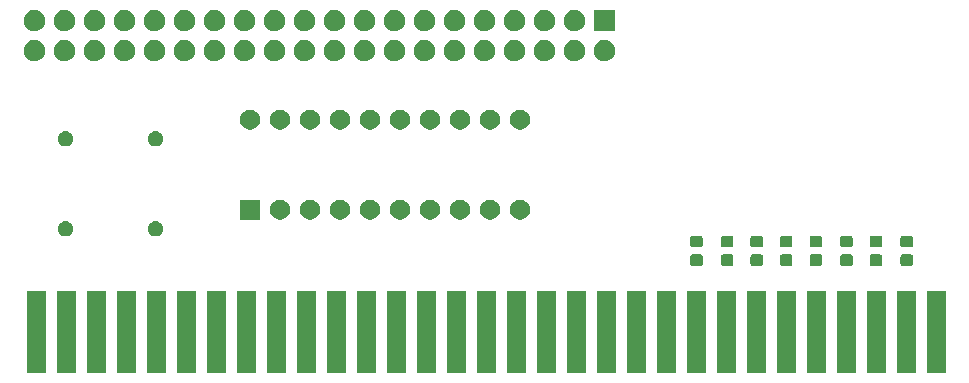
<source format=gbr>
G04 #@! TF.GenerationSoftware,KiCad,Pcbnew,(5.1.5)-3*
G04 #@! TF.CreationDate,2021-09-16T15:53:37+03:00*
G04 #@! TF.ProjectId,ISARPiv2,49534152-5069-4763-922e-6b696361645f,rev?*
G04 #@! TF.SameCoordinates,Original*
G04 #@! TF.FileFunction,Soldermask,Top*
G04 #@! TF.FilePolarity,Negative*
%FSLAX46Y46*%
G04 Gerber Fmt 4.6, Leading zero omitted, Abs format (unit mm)*
G04 Created by KiCad (PCBNEW (5.1.5)-3) date 2021-09-16 15:53:37*
%MOMM*%
%LPD*%
G04 APERTURE LIST*
%ADD10C,0.100000*%
G04 APERTURE END LIST*
D10*
G36*
X92713000Y-93861000D02*
G01*
X91087000Y-93861000D01*
X91087000Y-86901000D01*
X92713000Y-86901000D01*
X92713000Y-93861000D01*
G37*
G36*
X130813000Y-93861000D02*
G01*
X129187000Y-93861000D01*
X129187000Y-86901000D01*
X130813000Y-86901000D01*
X130813000Y-93861000D01*
G37*
G36*
X168913000Y-93861000D02*
G01*
X167287000Y-93861000D01*
X167287000Y-86901000D01*
X168913000Y-86901000D01*
X168913000Y-93861000D01*
G37*
G36*
X163833000Y-93861000D02*
G01*
X162207000Y-93861000D01*
X162207000Y-86901000D01*
X163833000Y-86901000D01*
X163833000Y-93861000D01*
G37*
G36*
X161293000Y-93861000D02*
G01*
X159667000Y-93861000D01*
X159667000Y-86901000D01*
X161293000Y-86901000D01*
X161293000Y-93861000D01*
G37*
G36*
X158753000Y-93861000D02*
G01*
X157127000Y-93861000D01*
X157127000Y-86901000D01*
X158753000Y-86901000D01*
X158753000Y-93861000D01*
G37*
G36*
X156213000Y-93861000D02*
G01*
X154587000Y-93861000D01*
X154587000Y-86901000D01*
X156213000Y-86901000D01*
X156213000Y-93861000D01*
G37*
G36*
X153673000Y-93861000D02*
G01*
X152047000Y-93861000D01*
X152047000Y-86901000D01*
X153673000Y-86901000D01*
X153673000Y-93861000D01*
G37*
G36*
X151133000Y-93861000D02*
G01*
X149507000Y-93861000D01*
X149507000Y-86901000D01*
X151133000Y-86901000D01*
X151133000Y-93861000D01*
G37*
G36*
X148593000Y-93861000D02*
G01*
X146967000Y-93861000D01*
X146967000Y-86901000D01*
X148593000Y-86901000D01*
X148593000Y-93861000D01*
G37*
G36*
X146053000Y-93861000D02*
G01*
X144427000Y-93861000D01*
X144427000Y-86901000D01*
X146053000Y-86901000D01*
X146053000Y-93861000D01*
G37*
G36*
X143513000Y-93861000D02*
G01*
X141887000Y-93861000D01*
X141887000Y-86901000D01*
X143513000Y-86901000D01*
X143513000Y-93861000D01*
G37*
G36*
X140973000Y-93861000D02*
G01*
X139347000Y-93861000D01*
X139347000Y-86901000D01*
X140973000Y-86901000D01*
X140973000Y-93861000D01*
G37*
G36*
X138433000Y-93861000D02*
G01*
X136807000Y-93861000D01*
X136807000Y-86901000D01*
X138433000Y-86901000D01*
X138433000Y-93861000D01*
G37*
G36*
X135893000Y-93861000D02*
G01*
X134267000Y-93861000D01*
X134267000Y-86901000D01*
X135893000Y-86901000D01*
X135893000Y-93861000D01*
G37*
G36*
X133353000Y-93861000D02*
G01*
X131727000Y-93861000D01*
X131727000Y-86901000D01*
X133353000Y-86901000D01*
X133353000Y-93861000D01*
G37*
G36*
X107953000Y-93861000D02*
G01*
X106327000Y-93861000D01*
X106327000Y-86901000D01*
X107953000Y-86901000D01*
X107953000Y-93861000D01*
G37*
G36*
X166373000Y-93861000D02*
G01*
X164747000Y-93861000D01*
X164747000Y-86901000D01*
X166373000Y-86901000D01*
X166373000Y-93861000D01*
G37*
G36*
X95253000Y-93861000D02*
G01*
X93627000Y-93861000D01*
X93627000Y-86901000D01*
X95253000Y-86901000D01*
X95253000Y-93861000D01*
G37*
G36*
X97793000Y-93861000D02*
G01*
X96167000Y-93861000D01*
X96167000Y-86901000D01*
X97793000Y-86901000D01*
X97793000Y-93861000D01*
G37*
G36*
X100333000Y-93861000D02*
G01*
X98707000Y-93861000D01*
X98707000Y-86901000D01*
X100333000Y-86901000D01*
X100333000Y-93861000D01*
G37*
G36*
X102873000Y-93861000D02*
G01*
X101247000Y-93861000D01*
X101247000Y-86901000D01*
X102873000Y-86901000D01*
X102873000Y-93861000D01*
G37*
G36*
X105413000Y-93861000D02*
G01*
X103787000Y-93861000D01*
X103787000Y-86901000D01*
X105413000Y-86901000D01*
X105413000Y-93861000D01*
G37*
G36*
X110493000Y-93861000D02*
G01*
X108867000Y-93861000D01*
X108867000Y-86901000D01*
X110493000Y-86901000D01*
X110493000Y-93861000D01*
G37*
G36*
X113033000Y-93861000D02*
G01*
X111407000Y-93861000D01*
X111407000Y-86901000D01*
X113033000Y-86901000D01*
X113033000Y-93861000D01*
G37*
G36*
X115573000Y-93861000D02*
G01*
X113947000Y-93861000D01*
X113947000Y-86901000D01*
X115573000Y-86901000D01*
X115573000Y-93861000D01*
G37*
G36*
X118113000Y-93861000D02*
G01*
X116487000Y-93861000D01*
X116487000Y-86901000D01*
X118113000Y-86901000D01*
X118113000Y-93861000D01*
G37*
G36*
X120653000Y-93861000D02*
G01*
X119027000Y-93861000D01*
X119027000Y-86901000D01*
X120653000Y-86901000D01*
X120653000Y-93861000D01*
G37*
G36*
X123193000Y-93861000D02*
G01*
X121567000Y-93861000D01*
X121567000Y-86901000D01*
X123193000Y-86901000D01*
X123193000Y-93861000D01*
G37*
G36*
X125733000Y-93861000D02*
G01*
X124107000Y-93861000D01*
X124107000Y-86901000D01*
X125733000Y-86901000D01*
X125733000Y-93861000D01*
G37*
G36*
X128273000Y-93861000D02*
G01*
X126647000Y-93861000D01*
X126647000Y-86901000D01*
X128273000Y-86901000D01*
X128273000Y-93861000D01*
G37*
G36*
X153279591Y-83803085D02*
G01*
X153313569Y-83813393D01*
X153344890Y-83830134D01*
X153372339Y-83852661D01*
X153394866Y-83880110D01*
X153411607Y-83911431D01*
X153421915Y-83945409D01*
X153426000Y-83986890D01*
X153426000Y-84588110D01*
X153421915Y-84629591D01*
X153411607Y-84663569D01*
X153394866Y-84694890D01*
X153372339Y-84722339D01*
X153344890Y-84744866D01*
X153313569Y-84761607D01*
X153279591Y-84771915D01*
X153238110Y-84776000D01*
X152561890Y-84776000D01*
X152520409Y-84771915D01*
X152486431Y-84761607D01*
X152455110Y-84744866D01*
X152427661Y-84722339D01*
X152405134Y-84694890D01*
X152388393Y-84663569D01*
X152378085Y-84629591D01*
X152374000Y-84588110D01*
X152374000Y-83986890D01*
X152378085Y-83945409D01*
X152388393Y-83911431D01*
X152405134Y-83880110D01*
X152427661Y-83852661D01*
X152455110Y-83830134D01*
X152486431Y-83813393D01*
X152520409Y-83803085D01*
X152561890Y-83799000D01*
X153238110Y-83799000D01*
X153279591Y-83803085D01*
G37*
G36*
X163379591Y-83803085D02*
G01*
X163413569Y-83813393D01*
X163444890Y-83830134D01*
X163472339Y-83852661D01*
X163494866Y-83880110D01*
X163511607Y-83911431D01*
X163521915Y-83945409D01*
X163526000Y-83986890D01*
X163526000Y-84588110D01*
X163521915Y-84629591D01*
X163511607Y-84663569D01*
X163494866Y-84694890D01*
X163472339Y-84722339D01*
X163444890Y-84744866D01*
X163413569Y-84761607D01*
X163379591Y-84771915D01*
X163338110Y-84776000D01*
X162661890Y-84776000D01*
X162620409Y-84771915D01*
X162586431Y-84761607D01*
X162555110Y-84744866D01*
X162527661Y-84722339D01*
X162505134Y-84694890D01*
X162488393Y-84663569D01*
X162478085Y-84629591D01*
X162474000Y-84588110D01*
X162474000Y-83986890D01*
X162478085Y-83945409D01*
X162488393Y-83911431D01*
X162505134Y-83880110D01*
X162527661Y-83852661D01*
X162555110Y-83830134D01*
X162586431Y-83813393D01*
X162620409Y-83803085D01*
X162661890Y-83799000D01*
X163338110Y-83799000D01*
X163379591Y-83803085D01*
G37*
G36*
X155779591Y-83803085D02*
G01*
X155813569Y-83813393D01*
X155844890Y-83830134D01*
X155872339Y-83852661D01*
X155894866Y-83880110D01*
X155911607Y-83911431D01*
X155921915Y-83945409D01*
X155926000Y-83986890D01*
X155926000Y-84588110D01*
X155921915Y-84629591D01*
X155911607Y-84663569D01*
X155894866Y-84694890D01*
X155872339Y-84722339D01*
X155844890Y-84744866D01*
X155813569Y-84761607D01*
X155779591Y-84771915D01*
X155738110Y-84776000D01*
X155061890Y-84776000D01*
X155020409Y-84771915D01*
X154986431Y-84761607D01*
X154955110Y-84744866D01*
X154927661Y-84722339D01*
X154905134Y-84694890D01*
X154888393Y-84663569D01*
X154878085Y-84629591D01*
X154874000Y-84588110D01*
X154874000Y-83986890D01*
X154878085Y-83945409D01*
X154888393Y-83911431D01*
X154905134Y-83880110D01*
X154927661Y-83852661D01*
X154955110Y-83830134D01*
X154986431Y-83813393D01*
X155020409Y-83803085D01*
X155061890Y-83799000D01*
X155738110Y-83799000D01*
X155779591Y-83803085D01*
G37*
G36*
X148179591Y-83803085D02*
G01*
X148213569Y-83813393D01*
X148244890Y-83830134D01*
X148272339Y-83852661D01*
X148294866Y-83880110D01*
X148311607Y-83911431D01*
X148321915Y-83945409D01*
X148326000Y-83986890D01*
X148326000Y-84588110D01*
X148321915Y-84629591D01*
X148311607Y-84663569D01*
X148294866Y-84694890D01*
X148272339Y-84722339D01*
X148244890Y-84744866D01*
X148213569Y-84761607D01*
X148179591Y-84771915D01*
X148138110Y-84776000D01*
X147461890Y-84776000D01*
X147420409Y-84771915D01*
X147386431Y-84761607D01*
X147355110Y-84744866D01*
X147327661Y-84722339D01*
X147305134Y-84694890D01*
X147288393Y-84663569D01*
X147278085Y-84629591D01*
X147274000Y-84588110D01*
X147274000Y-83986890D01*
X147278085Y-83945409D01*
X147288393Y-83911431D01*
X147305134Y-83880110D01*
X147327661Y-83852661D01*
X147355110Y-83830134D01*
X147386431Y-83813393D01*
X147420409Y-83803085D01*
X147461890Y-83799000D01*
X148138110Y-83799000D01*
X148179591Y-83803085D01*
G37*
G36*
X165979591Y-83803085D02*
G01*
X166013569Y-83813393D01*
X166044890Y-83830134D01*
X166072339Y-83852661D01*
X166094866Y-83880110D01*
X166111607Y-83911431D01*
X166121915Y-83945409D01*
X166126000Y-83986890D01*
X166126000Y-84588110D01*
X166121915Y-84629591D01*
X166111607Y-84663569D01*
X166094866Y-84694890D01*
X166072339Y-84722339D01*
X166044890Y-84744866D01*
X166013569Y-84761607D01*
X165979591Y-84771915D01*
X165938110Y-84776000D01*
X165261890Y-84776000D01*
X165220409Y-84771915D01*
X165186431Y-84761607D01*
X165155110Y-84744866D01*
X165127661Y-84722339D01*
X165105134Y-84694890D01*
X165088393Y-84663569D01*
X165078085Y-84629591D01*
X165074000Y-84588110D01*
X165074000Y-83986890D01*
X165078085Y-83945409D01*
X165088393Y-83911431D01*
X165105134Y-83880110D01*
X165127661Y-83852661D01*
X165155110Y-83830134D01*
X165186431Y-83813393D01*
X165220409Y-83803085D01*
X165261890Y-83799000D01*
X165938110Y-83799000D01*
X165979591Y-83803085D01*
G37*
G36*
X160879591Y-83803085D02*
G01*
X160913569Y-83813393D01*
X160944890Y-83830134D01*
X160972339Y-83852661D01*
X160994866Y-83880110D01*
X161011607Y-83911431D01*
X161021915Y-83945409D01*
X161026000Y-83986890D01*
X161026000Y-84588110D01*
X161021915Y-84629591D01*
X161011607Y-84663569D01*
X160994866Y-84694890D01*
X160972339Y-84722339D01*
X160944890Y-84744866D01*
X160913569Y-84761607D01*
X160879591Y-84771915D01*
X160838110Y-84776000D01*
X160161890Y-84776000D01*
X160120409Y-84771915D01*
X160086431Y-84761607D01*
X160055110Y-84744866D01*
X160027661Y-84722339D01*
X160005134Y-84694890D01*
X159988393Y-84663569D01*
X159978085Y-84629591D01*
X159974000Y-84588110D01*
X159974000Y-83986890D01*
X159978085Y-83945409D01*
X159988393Y-83911431D01*
X160005134Y-83880110D01*
X160027661Y-83852661D01*
X160055110Y-83830134D01*
X160086431Y-83813393D01*
X160120409Y-83803085D01*
X160161890Y-83799000D01*
X160838110Y-83799000D01*
X160879591Y-83803085D01*
G37*
G36*
X150779591Y-83803085D02*
G01*
X150813569Y-83813393D01*
X150844890Y-83830134D01*
X150872339Y-83852661D01*
X150894866Y-83880110D01*
X150911607Y-83911431D01*
X150921915Y-83945409D01*
X150926000Y-83986890D01*
X150926000Y-84588110D01*
X150921915Y-84629591D01*
X150911607Y-84663569D01*
X150894866Y-84694890D01*
X150872339Y-84722339D01*
X150844890Y-84744866D01*
X150813569Y-84761607D01*
X150779591Y-84771915D01*
X150738110Y-84776000D01*
X150061890Y-84776000D01*
X150020409Y-84771915D01*
X149986431Y-84761607D01*
X149955110Y-84744866D01*
X149927661Y-84722339D01*
X149905134Y-84694890D01*
X149888393Y-84663569D01*
X149878085Y-84629591D01*
X149874000Y-84588110D01*
X149874000Y-83986890D01*
X149878085Y-83945409D01*
X149888393Y-83911431D01*
X149905134Y-83880110D01*
X149927661Y-83852661D01*
X149955110Y-83830134D01*
X149986431Y-83813393D01*
X150020409Y-83803085D01*
X150061890Y-83799000D01*
X150738110Y-83799000D01*
X150779591Y-83803085D01*
G37*
G36*
X158279591Y-83790585D02*
G01*
X158313569Y-83800893D01*
X158344890Y-83817634D01*
X158372339Y-83840161D01*
X158394866Y-83867610D01*
X158411607Y-83898931D01*
X158421915Y-83932909D01*
X158426000Y-83974390D01*
X158426000Y-84575610D01*
X158421915Y-84617091D01*
X158411607Y-84651069D01*
X158394866Y-84682390D01*
X158372339Y-84709839D01*
X158344890Y-84732366D01*
X158313569Y-84749107D01*
X158279591Y-84759415D01*
X158238110Y-84763500D01*
X157561890Y-84763500D01*
X157520409Y-84759415D01*
X157486431Y-84749107D01*
X157455110Y-84732366D01*
X157427661Y-84709839D01*
X157405134Y-84682390D01*
X157388393Y-84651069D01*
X157378085Y-84617091D01*
X157374000Y-84575610D01*
X157374000Y-83974390D01*
X157378085Y-83932909D01*
X157388393Y-83898931D01*
X157405134Y-83867610D01*
X157427661Y-83840161D01*
X157455110Y-83817634D01*
X157486431Y-83800893D01*
X157520409Y-83790585D01*
X157561890Y-83786500D01*
X158238110Y-83786500D01*
X158279591Y-83790585D01*
G37*
G36*
X150779591Y-82228085D02*
G01*
X150813569Y-82238393D01*
X150844890Y-82255134D01*
X150872339Y-82277661D01*
X150894866Y-82305110D01*
X150911607Y-82336431D01*
X150921915Y-82370409D01*
X150926000Y-82411890D01*
X150926000Y-83013110D01*
X150921915Y-83054591D01*
X150911607Y-83088569D01*
X150894866Y-83119890D01*
X150872339Y-83147339D01*
X150844890Y-83169866D01*
X150813569Y-83186607D01*
X150779591Y-83196915D01*
X150738110Y-83201000D01*
X150061890Y-83201000D01*
X150020409Y-83196915D01*
X149986431Y-83186607D01*
X149955110Y-83169866D01*
X149927661Y-83147339D01*
X149905134Y-83119890D01*
X149888393Y-83088569D01*
X149878085Y-83054591D01*
X149874000Y-83013110D01*
X149874000Y-82411890D01*
X149878085Y-82370409D01*
X149888393Y-82336431D01*
X149905134Y-82305110D01*
X149927661Y-82277661D01*
X149955110Y-82255134D01*
X149986431Y-82238393D01*
X150020409Y-82228085D01*
X150061890Y-82224000D01*
X150738110Y-82224000D01*
X150779591Y-82228085D01*
G37*
G36*
X148179591Y-82228085D02*
G01*
X148213569Y-82238393D01*
X148244890Y-82255134D01*
X148272339Y-82277661D01*
X148294866Y-82305110D01*
X148311607Y-82336431D01*
X148321915Y-82370409D01*
X148326000Y-82411890D01*
X148326000Y-83013110D01*
X148321915Y-83054591D01*
X148311607Y-83088569D01*
X148294866Y-83119890D01*
X148272339Y-83147339D01*
X148244890Y-83169866D01*
X148213569Y-83186607D01*
X148179591Y-83196915D01*
X148138110Y-83201000D01*
X147461890Y-83201000D01*
X147420409Y-83196915D01*
X147386431Y-83186607D01*
X147355110Y-83169866D01*
X147327661Y-83147339D01*
X147305134Y-83119890D01*
X147288393Y-83088569D01*
X147278085Y-83054591D01*
X147274000Y-83013110D01*
X147274000Y-82411890D01*
X147278085Y-82370409D01*
X147288393Y-82336431D01*
X147305134Y-82305110D01*
X147327661Y-82277661D01*
X147355110Y-82255134D01*
X147386431Y-82238393D01*
X147420409Y-82228085D01*
X147461890Y-82224000D01*
X148138110Y-82224000D01*
X148179591Y-82228085D01*
G37*
G36*
X155779591Y-82228085D02*
G01*
X155813569Y-82238393D01*
X155844890Y-82255134D01*
X155872339Y-82277661D01*
X155894866Y-82305110D01*
X155911607Y-82336431D01*
X155921915Y-82370409D01*
X155926000Y-82411890D01*
X155926000Y-83013110D01*
X155921915Y-83054591D01*
X155911607Y-83088569D01*
X155894866Y-83119890D01*
X155872339Y-83147339D01*
X155844890Y-83169866D01*
X155813569Y-83186607D01*
X155779591Y-83196915D01*
X155738110Y-83201000D01*
X155061890Y-83201000D01*
X155020409Y-83196915D01*
X154986431Y-83186607D01*
X154955110Y-83169866D01*
X154927661Y-83147339D01*
X154905134Y-83119890D01*
X154888393Y-83088569D01*
X154878085Y-83054591D01*
X154874000Y-83013110D01*
X154874000Y-82411890D01*
X154878085Y-82370409D01*
X154888393Y-82336431D01*
X154905134Y-82305110D01*
X154927661Y-82277661D01*
X154955110Y-82255134D01*
X154986431Y-82238393D01*
X155020409Y-82228085D01*
X155061890Y-82224000D01*
X155738110Y-82224000D01*
X155779591Y-82228085D01*
G37*
G36*
X160879591Y-82228085D02*
G01*
X160913569Y-82238393D01*
X160944890Y-82255134D01*
X160972339Y-82277661D01*
X160994866Y-82305110D01*
X161011607Y-82336431D01*
X161021915Y-82370409D01*
X161026000Y-82411890D01*
X161026000Y-83013110D01*
X161021915Y-83054591D01*
X161011607Y-83088569D01*
X160994866Y-83119890D01*
X160972339Y-83147339D01*
X160944890Y-83169866D01*
X160913569Y-83186607D01*
X160879591Y-83196915D01*
X160838110Y-83201000D01*
X160161890Y-83201000D01*
X160120409Y-83196915D01*
X160086431Y-83186607D01*
X160055110Y-83169866D01*
X160027661Y-83147339D01*
X160005134Y-83119890D01*
X159988393Y-83088569D01*
X159978085Y-83054591D01*
X159974000Y-83013110D01*
X159974000Y-82411890D01*
X159978085Y-82370409D01*
X159988393Y-82336431D01*
X160005134Y-82305110D01*
X160027661Y-82277661D01*
X160055110Y-82255134D01*
X160086431Y-82238393D01*
X160120409Y-82228085D01*
X160161890Y-82224000D01*
X160838110Y-82224000D01*
X160879591Y-82228085D01*
G37*
G36*
X163379591Y-82228085D02*
G01*
X163413569Y-82238393D01*
X163444890Y-82255134D01*
X163472339Y-82277661D01*
X163494866Y-82305110D01*
X163511607Y-82336431D01*
X163521915Y-82370409D01*
X163526000Y-82411890D01*
X163526000Y-83013110D01*
X163521915Y-83054591D01*
X163511607Y-83088569D01*
X163494866Y-83119890D01*
X163472339Y-83147339D01*
X163444890Y-83169866D01*
X163413569Y-83186607D01*
X163379591Y-83196915D01*
X163338110Y-83201000D01*
X162661890Y-83201000D01*
X162620409Y-83196915D01*
X162586431Y-83186607D01*
X162555110Y-83169866D01*
X162527661Y-83147339D01*
X162505134Y-83119890D01*
X162488393Y-83088569D01*
X162478085Y-83054591D01*
X162474000Y-83013110D01*
X162474000Y-82411890D01*
X162478085Y-82370409D01*
X162488393Y-82336431D01*
X162505134Y-82305110D01*
X162527661Y-82277661D01*
X162555110Y-82255134D01*
X162586431Y-82238393D01*
X162620409Y-82228085D01*
X162661890Y-82224000D01*
X163338110Y-82224000D01*
X163379591Y-82228085D01*
G37*
G36*
X153279591Y-82228085D02*
G01*
X153313569Y-82238393D01*
X153344890Y-82255134D01*
X153372339Y-82277661D01*
X153394866Y-82305110D01*
X153411607Y-82336431D01*
X153421915Y-82370409D01*
X153426000Y-82411890D01*
X153426000Y-83013110D01*
X153421915Y-83054591D01*
X153411607Y-83088569D01*
X153394866Y-83119890D01*
X153372339Y-83147339D01*
X153344890Y-83169866D01*
X153313569Y-83186607D01*
X153279591Y-83196915D01*
X153238110Y-83201000D01*
X152561890Y-83201000D01*
X152520409Y-83196915D01*
X152486431Y-83186607D01*
X152455110Y-83169866D01*
X152427661Y-83147339D01*
X152405134Y-83119890D01*
X152388393Y-83088569D01*
X152378085Y-83054591D01*
X152374000Y-83013110D01*
X152374000Y-82411890D01*
X152378085Y-82370409D01*
X152388393Y-82336431D01*
X152405134Y-82305110D01*
X152427661Y-82277661D01*
X152455110Y-82255134D01*
X152486431Y-82238393D01*
X152520409Y-82228085D01*
X152561890Y-82224000D01*
X153238110Y-82224000D01*
X153279591Y-82228085D01*
G37*
G36*
X165979591Y-82228085D02*
G01*
X166013569Y-82238393D01*
X166044890Y-82255134D01*
X166072339Y-82277661D01*
X166094866Y-82305110D01*
X166111607Y-82336431D01*
X166121915Y-82370409D01*
X166126000Y-82411890D01*
X166126000Y-83013110D01*
X166121915Y-83054591D01*
X166111607Y-83088569D01*
X166094866Y-83119890D01*
X166072339Y-83147339D01*
X166044890Y-83169866D01*
X166013569Y-83186607D01*
X165979591Y-83196915D01*
X165938110Y-83201000D01*
X165261890Y-83201000D01*
X165220409Y-83196915D01*
X165186431Y-83186607D01*
X165155110Y-83169866D01*
X165127661Y-83147339D01*
X165105134Y-83119890D01*
X165088393Y-83088569D01*
X165078085Y-83054591D01*
X165074000Y-83013110D01*
X165074000Y-82411890D01*
X165078085Y-82370409D01*
X165088393Y-82336431D01*
X165105134Y-82305110D01*
X165127661Y-82277661D01*
X165155110Y-82255134D01*
X165186431Y-82238393D01*
X165220409Y-82228085D01*
X165261890Y-82224000D01*
X165938110Y-82224000D01*
X165979591Y-82228085D01*
G37*
G36*
X158279591Y-82215585D02*
G01*
X158313569Y-82225893D01*
X158344890Y-82242634D01*
X158372339Y-82265161D01*
X158394866Y-82292610D01*
X158411607Y-82323931D01*
X158421915Y-82357909D01*
X158426000Y-82399390D01*
X158426000Y-83000610D01*
X158421915Y-83042091D01*
X158411607Y-83076069D01*
X158394866Y-83107390D01*
X158372339Y-83134839D01*
X158344890Y-83157366D01*
X158313569Y-83174107D01*
X158279591Y-83184415D01*
X158238110Y-83188500D01*
X157561890Y-83188500D01*
X157520409Y-83184415D01*
X157486431Y-83174107D01*
X157455110Y-83157366D01*
X157427661Y-83134839D01*
X157405134Y-83107390D01*
X157388393Y-83076069D01*
X157378085Y-83042091D01*
X157374000Y-83000610D01*
X157374000Y-82399390D01*
X157378085Y-82357909D01*
X157388393Y-82323931D01*
X157405134Y-82292610D01*
X157427661Y-82265161D01*
X157455110Y-82242634D01*
X157486431Y-82225893D01*
X157520409Y-82215585D01*
X157561890Y-82211500D01*
X158238110Y-82211500D01*
X158279591Y-82215585D01*
G37*
G36*
X102191347Y-80989209D02*
G01*
X102310734Y-81038661D01*
X102418173Y-81110449D01*
X102509551Y-81201827D01*
X102581339Y-81309266D01*
X102630791Y-81428653D01*
X102656000Y-81555388D01*
X102656000Y-81684612D01*
X102630791Y-81811347D01*
X102581339Y-81930734D01*
X102509551Y-82038173D01*
X102418173Y-82129551D01*
X102310734Y-82201339D01*
X102191347Y-82250791D01*
X102064612Y-82276000D01*
X101935388Y-82276000D01*
X101808653Y-82250791D01*
X101689266Y-82201339D01*
X101581827Y-82129551D01*
X101490449Y-82038173D01*
X101418661Y-81930734D01*
X101369209Y-81811347D01*
X101344000Y-81684612D01*
X101344000Y-81555388D01*
X101369209Y-81428653D01*
X101418661Y-81309266D01*
X101490449Y-81201827D01*
X101581827Y-81110449D01*
X101689266Y-81038661D01*
X101808653Y-80989209D01*
X101935388Y-80964000D01*
X102064612Y-80964000D01*
X102191347Y-80989209D01*
G37*
G36*
X94571347Y-80989209D02*
G01*
X94690734Y-81038661D01*
X94798173Y-81110449D01*
X94889551Y-81201827D01*
X94961339Y-81309266D01*
X95010791Y-81428653D01*
X95036000Y-81555388D01*
X95036000Y-81684612D01*
X95010791Y-81811347D01*
X94961339Y-81930734D01*
X94889551Y-82038173D01*
X94798173Y-82129551D01*
X94690734Y-82201339D01*
X94571347Y-82250791D01*
X94444612Y-82276000D01*
X94315388Y-82276000D01*
X94188653Y-82250791D01*
X94069266Y-82201339D01*
X93961827Y-82129551D01*
X93870449Y-82038173D01*
X93798661Y-81930734D01*
X93749209Y-81811347D01*
X93724000Y-81684612D01*
X93724000Y-81555388D01*
X93749209Y-81428653D01*
X93798661Y-81309266D01*
X93870449Y-81201827D01*
X93961827Y-81110449D01*
X94069266Y-81038661D01*
X94188653Y-80989209D01*
X94315388Y-80964000D01*
X94444612Y-80964000D01*
X94571347Y-80989209D01*
G37*
G36*
X115328228Y-79181703D02*
G01*
X115483100Y-79245853D01*
X115622481Y-79338985D01*
X115741015Y-79457519D01*
X115834147Y-79596900D01*
X115898297Y-79751772D01*
X115931000Y-79916184D01*
X115931000Y-80083816D01*
X115898297Y-80248228D01*
X115834147Y-80403100D01*
X115741015Y-80542481D01*
X115622481Y-80661015D01*
X115483100Y-80754147D01*
X115328228Y-80818297D01*
X115163816Y-80851000D01*
X114996184Y-80851000D01*
X114831772Y-80818297D01*
X114676900Y-80754147D01*
X114537519Y-80661015D01*
X114418985Y-80542481D01*
X114325853Y-80403100D01*
X114261703Y-80248228D01*
X114229000Y-80083816D01*
X114229000Y-79916184D01*
X114261703Y-79751772D01*
X114325853Y-79596900D01*
X114418985Y-79457519D01*
X114537519Y-79338985D01*
X114676900Y-79245853D01*
X114831772Y-79181703D01*
X114996184Y-79149000D01*
X115163816Y-79149000D01*
X115328228Y-79181703D01*
G37*
G36*
X117868228Y-79181703D02*
G01*
X118023100Y-79245853D01*
X118162481Y-79338985D01*
X118281015Y-79457519D01*
X118374147Y-79596900D01*
X118438297Y-79751772D01*
X118471000Y-79916184D01*
X118471000Y-80083816D01*
X118438297Y-80248228D01*
X118374147Y-80403100D01*
X118281015Y-80542481D01*
X118162481Y-80661015D01*
X118023100Y-80754147D01*
X117868228Y-80818297D01*
X117703816Y-80851000D01*
X117536184Y-80851000D01*
X117371772Y-80818297D01*
X117216900Y-80754147D01*
X117077519Y-80661015D01*
X116958985Y-80542481D01*
X116865853Y-80403100D01*
X116801703Y-80248228D01*
X116769000Y-80083816D01*
X116769000Y-79916184D01*
X116801703Y-79751772D01*
X116865853Y-79596900D01*
X116958985Y-79457519D01*
X117077519Y-79338985D01*
X117216900Y-79245853D01*
X117371772Y-79181703D01*
X117536184Y-79149000D01*
X117703816Y-79149000D01*
X117868228Y-79181703D01*
G37*
G36*
X110851000Y-80851000D02*
G01*
X109149000Y-80851000D01*
X109149000Y-79149000D01*
X110851000Y-79149000D01*
X110851000Y-80851000D01*
G37*
G36*
X120408228Y-79181703D02*
G01*
X120563100Y-79245853D01*
X120702481Y-79338985D01*
X120821015Y-79457519D01*
X120914147Y-79596900D01*
X120978297Y-79751772D01*
X121011000Y-79916184D01*
X121011000Y-80083816D01*
X120978297Y-80248228D01*
X120914147Y-80403100D01*
X120821015Y-80542481D01*
X120702481Y-80661015D01*
X120563100Y-80754147D01*
X120408228Y-80818297D01*
X120243816Y-80851000D01*
X120076184Y-80851000D01*
X119911772Y-80818297D01*
X119756900Y-80754147D01*
X119617519Y-80661015D01*
X119498985Y-80542481D01*
X119405853Y-80403100D01*
X119341703Y-80248228D01*
X119309000Y-80083816D01*
X119309000Y-79916184D01*
X119341703Y-79751772D01*
X119405853Y-79596900D01*
X119498985Y-79457519D01*
X119617519Y-79338985D01*
X119756900Y-79245853D01*
X119911772Y-79181703D01*
X120076184Y-79149000D01*
X120243816Y-79149000D01*
X120408228Y-79181703D01*
G37*
G36*
X128028228Y-79181703D02*
G01*
X128183100Y-79245853D01*
X128322481Y-79338985D01*
X128441015Y-79457519D01*
X128534147Y-79596900D01*
X128598297Y-79751772D01*
X128631000Y-79916184D01*
X128631000Y-80083816D01*
X128598297Y-80248228D01*
X128534147Y-80403100D01*
X128441015Y-80542481D01*
X128322481Y-80661015D01*
X128183100Y-80754147D01*
X128028228Y-80818297D01*
X127863816Y-80851000D01*
X127696184Y-80851000D01*
X127531772Y-80818297D01*
X127376900Y-80754147D01*
X127237519Y-80661015D01*
X127118985Y-80542481D01*
X127025853Y-80403100D01*
X126961703Y-80248228D01*
X126929000Y-80083816D01*
X126929000Y-79916184D01*
X126961703Y-79751772D01*
X127025853Y-79596900D01*
X127118985Y-79457519D01*
X127237519Y-79338985D01*
X127376900Y-79245853D01*
X127531772Y-79181703D01*
X127696184Y-79149000D01*
X127863816Y-79149000D01*
X128028228Y-79181703D01*
G37*
G36*
X130568228Y-79181703D02*
G01*
X130723100Y-79245853D01*
X130862481Y-79338985D01*
X130981015Y-79457519D01*
X131074147Y-79596900D01*
X131138297Y-79751772D01*
X131171000Y-79916184D01*
X131171000Y-80083816D01*
X131138297Y-80248228D01*
X131074147Y-80403100D01*
X130981015Y-80542481D01*
X130862481Y-80661015D01*
X130723100Y-80754147D01*
X130568228Y-80818297D01*
X130403816Y-80851000D01*
X130236184Y-80851000D01*
X130071772Y-80818297D01*
X129916900Y-80754147D01*
X129777519Y-80661015D01*
X129658985Y-80542481D01*
X129565853Y-80403100D01*
X129501703Y-80248228D01*
X129469000Y-80083816D01*
X129469000Y-79916184D01*
X129501703Y-79751772D01*
X129565853Y-79596900D01*
X129658985Y-79457519D01*
X129777519Y-79338985D01*
X129916900Y-79245853D01*
X130071772Y-79181703D01*
X130236184Y-79149000D01*
X130403816Y-79149000D01*
X130568228Y-79181703D01*
G37*
G36*
X133108228Y-79181703D02*
G01*
X133263100Y-79245853D01*
X133402481Y-79338985D01*
X133521015Y-79457519D01*
X133614147Y-79596900D01*
X133678297Y-79751772D01*
X133711000Y-79916184D01*
X133711000Y-80083816D01*
X133678297Y-80248228D01*
X133614147Y-80403100D01*
X133521015Y-80542481D01*
X133402481Y-80661015D01*
X133263100Y-80754147D01*
X133108228Y-80818297D01*
X132943816Y-80851000D01*
X132776184Y-80851000D01*
X132611772Y-80818297D01*
X132456900Y-80754147D01*
X132317519Y-80661015D01*
X132198985Y-80542481D01*
X132105853Y-80403100D01*
X132041703Y-80248228D01*
X132009000Y-80083816D01*
X132009000Y-79916184D01*
X132041703Y-79751772D01*
X132105853Y-79596900D01*
X132198985Y-79457519D01*
X132317519Y-79338985D01*
X132456900Y-79245853D01*
X132611772Y-79181703D01*
X132776184Y-79149000D01*
X132943816Y-79149000D01*
X133108228Y-79181703D01*
G37*
G36*
X122948228Y-79181703D02*
G01*
X123103100Y-79245853D01*
X123242481Y-79338985D01*
X123361015Y-79457519D01*
X123454147Y-79596900D01*
X123518297Y-79751772D01*
X123551000Y-79916184D01*
X123551000Y-80083816D01*
X123518297Y-80248228D01*
X123454147Y-80403100D01*
X123361015Y-80542481D01*
X123242481Y-80661015D01*
X123103100Y-80754147D01*
X122948228Y-80818297D01*
X122783816Y-80851000D01*
X122616184Y-80851000D01*
X122451772Y-80818297D01*
X122296900Y-80754147D01*
X122157519Y-80661015D01*
X122038985Y-80542481D01*
X121945853Y-80403100D01*
X121881703Y-80248228D01*
X121849000Y-80083816D01*
X121849000Y-79916184D01*
X121881703Y-79751772D01*
X121945853Y-79596900D01*
X122038985Y-79457519D01*
X122157519Y-79338985D01*
X122296900Y-79245853D01*
X122451772Y-79181703D01*
X122616184Y-79149000D01*
X122783816Y-79149000D01*
X122948228Y-79181703D01*
G37*
G36*
X125488228Y-79181703D02*
G01*
X125643100Y-79245853D01*
X125782481Y-79338985D01*
X125901015Y-79457519D01*
X125994147Y-79596900D01*
X126058297Y-79751772D01*
X126091000Y-79916184D01*
X126091000Y-80083816D01*
X126058297Y-80248228D01*
X125994147Y-80403100D01*
X125901015Y-80542481D01*
X125782481Y-80661015D01*
X125643100Y-80754147D01*
X125488228Y-80818297D01*
X125323816Y-80851000D01*
X125156184Y-80851000D01*
X124991772Y-80818297D01*
X124836900Y-80754147D01*
X124697519Y-80661015D01*
X124578985Y-80542481D01*
X124485853Y-80403100D01*
X124421703Y-80248228D01*
X124389000Y-80083816D01*
X124389000Y-79916184D01*
X124421703Y-79751772D01*
X124485853Y-79596900D01*
X124578985Y-79457519D01*
X124697519Y-79338985D01*
X124836900Y-79245853D01*
X124991772Y-79181703D01*
X125156184Y-79149000D01*
X125323816Y-79149000D01*
X125488228Y-79181703D01*
G37*
G36*
X112788228Y-79181703D02*
G01*
X112943100Y-79245853D01*
X113082481Y-79338985D01*
X113201015Y-79457519D01*
X113294147Y-79596900D01*
X113358297Y-79751772D01*
X113391000Y-79916184D01*
X113391000Y-80083816D01*
X113358297Y-80248228D01*
X113294147Y-80403100D01*
X113201015Y-80542481D01*
X113082481Y-80661015D01*
X112943100Y-80754147D01*
X112788228Y-80818297D01*
X112623816Y-80851000D01*
X112456184Y-80851000D01*
X112291772Y-80818297D01*
X112136900Y-80754147D01*
X111997519Y-80661015D01*
X111878985Y-80542481D01*
X111785853Y-80403100D01*
X111721703Y-80248228D01*
X111689000Y-80083816D01*
X111689000Y-79916184D01*
X111721703Y-79751772D01*
X111785853Y-79596900D01*
X111878985Y-79457519D01*
X111997519Y-79338985D01*
X112136900Y-79245853D01*
X112291772Y-79181703D01*
X112456184Y-79149000D01*
X112623816Y-79149000D01*
X112788228Y-79181703D01*
G37*
G36*
X94571347Y-73369209D02*
G01*
X94690734Y-73418661D01*
X94798173Y-73490449D01*
X94889551Y-73581827D01*
X94961339Y-73689266D01*
X95010791Y-73808653D01*
X95036000Y-73935388D01*
X95036000Y-74064612D01*
X95010791Y-74191347D01*
X94961339Y-74310734D01*
X94889551Y-74418173D01*
X94798173Y-74509551D01*
X94690734Y-74581339D01*
X94571347Y-74630791D01*
X94444612Y-74656000D01*
X94315388Y-74656000D01*
X94188653Y-74630791D01*
X94069266Y-74581339D01*
X93961827Y-74509551D01*
X93870449Y-74418173D01*
X93798661Y-74310734D01*
X93749209Y-74191347D01*
X93724000Y-74064612D01*
X93724000Y-73935388D01*
X93749209Y-73808653D01*
X93798661Y-73689266D01*
X93870449Y-73581827D01*
X93961827Y-73490449D01*
X94069266Y-73418661D01*
X94188653Y-73369209D01*
X94315388Y-73344000D01*
X94444612Y-73344000D01*
X94571347Y-73369209D01*
G37*
G36*
X102191347Y-73369209D02*
G01*
X102310734Y-73418661D01*
X102418173Y-73490449D01*
X102509551Y-73581827D01*
X102581339Y-73689266D01*
X102630791Y-73808653D01*
X102656000Y-73935388D01*
X102656000Y-74064612D01*
X102630791Y-74191347D01*
X102581339Y-74310734D01*
X102509551Y-74418173D01*
X102418173Y-74509551D01*
X102310734Y-74581339D01*
X102191347Y-74630791D01*
X102064612Y-74656000D01*
X101935388Y-74656000D01*
X101808653Y-74630791D01*
X101689266Y-74581339D01*
X101581827Y-74509551D01*
X101490449Y-74418173D01*
X101418661Y-74310734D01*
X101369209Y-74191347D01*
X101344000Y-74064612D01*
X101344000Y-73935388D01*
X101369209Y-73808653D01*
X101418661Y-73689266D01*
X101490449Y-73581827D01*
X101581827Y-73490449D01*
X101689266Y-73418661D01*
X101808653Y-73369209D01*
X101935388Y-73344000D01*
X102064612Y-73344000D01*
X102191347Y-73369209D01*
G37*
G36*
X115328228Y-71561703D02*
G01*
X115483100Y-71625853D01*
X115622481Y-71718985D01*
X115741015Y-71837519D01*
X115834147Y-71976900D01*
X115898297Y-72131772D01*
X115931000Y-72296184D01*
X115931000Y-72463816D01*
X115898297Y-72628228D01*
X115834147Y-72783100D01*
X115741015Y-72922481D01*
X115622481Y-73041015D01*
X115483100Y-73134147D01*
X115328228Y-73198297D01*
X115163816Y-73231000D01*
X114996184Y-73231000D01*
X114831772Y-73198297D01*
X114676900Y-73134147D01*
X114537519Y-73041015D01*
X114418985Y-72922481D01*
X114325853Y-72783100D01*
X114261703Y-72628228D01*
X114229000Y-72463816D01*
X114229000Y-72296184D01*
X114261703Y-72131772D01*
X114325853Y-71976900D01*
X114418985Y-71837519D01*
X114537519Y-71718985D01*
X114676900Y-71625853D01*
X114831772Y-71561703D01*
X114996184Y-71529000D01*
X115163816Y-71529000D01*
X115328228Y-71561703D01*
G37*
G36*
X130568228Y-71561703D02*
G01*
X130723100Y-71625853D01*
X130862481Y-71718985D01*
X130981015Y-71837519D01*
X131074147Y-71976900D01*
X131138297Y-72131772D01*
X131171000Y-72296184D01*
X131171000Y-72463816D01*
X131138297Y-72628228D01*
X131074147Y-72783100D01*
X130981015Y-72922481D01*
X130862481Y-73041015D01*
X130723100Y-73134147D01*
X130568228Y-73198297D01*
X130403816Y-73231000D01*
X130236184Y-73231000D01*
X130071772Y-73198297D01*
X129916900Y-73134147D01*
X129777519Y-73041015D01*
X129658985Y-72922481D01*
X129565853Y-72783100D01*
X129501703Y-72628228D01*
X129469000Y-72463816D01*
X129469000Y-72296184D01*
X129501703Y-72131772D01*
X129565853Y-71976900D01*
X129658985Y-71837519D01*
X129777519Y-71718985D01*
X129916900Y-71625853D01*
X130071772Y-71561703D01*
X130236184Y-71529000D01*
X130403816Y-71529000D01*
X130568228Y-71561703D01*
G37*
G36*
X128028228Y-71561703D02*
G01*
X128183100Y-71625853D01*
X128322481Y-71718985D01*
X128441015Y-71837519D01*
X128534147Y-71976900D01*
X128598297Y-72131772D01*
X128631000Y-72296184D01*
X128631000Y-72463816D01*
X128598297Y-72628228D01*
X128534147Y-72783100D01*
X128441015Y-72922481D01*
X128322481Y-73041015D01*
X128183100Y-73134147D01*
X128028228Y-73198297D01*
X127863816Y-73231000D01*
X127696184Y-73231000D01*
X127531772Y-73198297D01*
X127376900Y-73134147D01*
X127237519Y-73041015D01*
X127118985Y-72922481D01*
X127025853Y-72783100D01*
X126961703Y-72628228D01*
X126929000Y-72463816D01*
X126929000Y-72296184D01*
X126961703Y-72131772D01*
X127025853Y-71976900D01*
X127118985Y-71837519D01*
X127237519Y-71718985D01*
X127376900Y-71625853D01*
X127531772Y-71561703D01*
X127696184Y-71529000D01*
X127863816Y-71529000D01*
X128028228Y-71561703D01*
G37*
G36*
X117868228Y-71561703D02*
G01*
X118023100Y-71625853D01*
X118162481Y-71718985D01*
X118281015Y-71837519D01*
X118374147Y-71976900D01*
X118438297Y-72131772D01*
X118471000Y-72296184D01*
X118471000Y-72463816D01*
X118438297Y-72628228D01*
X118374147Y-72783100D01*
X118281015Y-72922481D01*
X118162481Y-73041015D01*
X118023100Y-73134147D01*
X117868228Y-73198297D01*
X117703816Y-73231000D01*
X117536184Y-73231000D01*
X117371772Y-73198297D01*
X117216900Y-73134147D01*
X117077519Y-73041015D01*
X116958985Y-72922481D01*
X116865853Y-72783100D01*
X116801703Y-72628228D01*
X116769000Y-72463816D01*
X116769000Y-72296184D01*
X116801703Y-72131772D01*
X116865853Y-71976900D01*
X116958985Y-71837519D01*
X117077519Y-71718985D01*
X117216900Y-71625853D01*
X117371772Y-71561703D01*
X117536184Y-71529000D01*
X117703816Y-71529000D01*
X117868228Y-71561703D01*
G37*
G36*
X112788228Y-71561703D02*
G01*
X112943100Y-71625853D01*
X113082481Y-71718985D01*
X113201015Y-71837519D01*
X113294147Y-71976900D01*
X113358297Y-72131772D01*
X113391000Y-72296184D01*
X113391000Y-72463816D01*
X113358297Y-72628228D01*
X113294147Y-72783100D01*
X113201015Y-72922481D01*
X113082481Y-73041015D01*
X112943100Y-73134147D01*
X112788228Y-73198297D01*
X112623816Y-73231000D01*
X112456184Y-73231000D01*
X112291772Y-73198297D01*
X112136900Y-73134147D01*
X111997519Y-73041015D01*
X111878985Y-72922481D01*
X111785853Y-72783100D01*
X111721703Y-72628228D01*
X111689000Y-72463816D01*
X111689000Y-72296184D01*
X111721703Y-72131772D01*
X111785853Y-71976900D01*
X111878985Y-71837519D01*
X111997519Y-71718985D01*
X112136900Y-71625853D01*
X112291772Y-71561703D01*
X112456184Y-71529000D01*
X112623816Y-71529000D01*
X112788228Y-71561703D01*
G37*
G36*
X122948228Y-71561703D02*
G01*
X123103100Y-71625853D01*
X123242481Y-71718985D01*
X123361015Y-71837519D01*
X123454147Y-71976900D01*
X123518297Y-72131772D01*
X123551000Y-72296184D01*
X123551000Y-72463816D01*
X123518297Y-72628228D01*
X123454147Y-72783100D01*
X123361015Y-72922481D01*
X123242481Y-73041015D01*
X123103100Y-73134147D01*
X122948228Y-73198297D01*
X122783816Y-73231000D01*
X122616184Y-73231000D01*
X122451772Y-73198297D01*
X122296900Y-73134147D01*
X122157519Y-73041015D01*
X122038985Y-72922481D01*
X121945853Y-72783100D01*
X121881703Y-72628228D01*
X121849000Y-72463816D01*
X121849000Y-72296184D01*
X121881703Y-72131772D01*
X121945853Y-71976900D01*
X122038985Y-71837519D01*
X122157519Y-71718985D01*
X122296900Y-71625853D01*
X122451772Y-71561703D01*
X122616184Y-71529000D01*
X122783816Y-71529000D01*
X122948228Y-71561703D01*
G37*
G36*
X125488228Y-71561703D02*
G01*
X125643100Y-71625853D01*
X125782481Y-71718985D01*
X125901015Y-71837519D01*
X125994147Y-71976900D01*
X126058297Y-72131772D01*
X126091000Y-72296184D01*
X126091000Y-72463816D01*
X126058297Y-72628228D01*
X125994147Y-72783100D01*
X125901015Y-72922481D01*
X125782481Y-73041015D01*
X125643100Y-73134147D01*
X125488228Y-73198297D01*
X125323816Y-73231000D01*
X125156184Y-73231000D01*
X124991772Y-73198297D01*
X124836900Y-73134147D01*
X124697519Y-73041015D01*
X124578985Y-72922481D01*
X124485853Y-72783100D01*
X124421703Y-72628228D01*
X124389000Y-72463816D01*
X124389000Y-72296184D01*
X124421703Y-72131772D01*
X124485853Y-71976900D01*
X124578985Y-71837519D01*
X124697519Y-71718985D01*
X124836900Y-71625853D01*
X124991772Y-71561703D01*
X125156184Y-71529000D01*
X125323816Y-71529000D01*
X125488228Y-71561703D01*
G37*
G36*
X110248228Y-71561703D02*
G01*
X110403100Y-71625853D01*
X110542481Y-71718985D01*
X110661015Y-71837519D01*
X110754147Y-71976900D01*
X110818297Y-72131772D01*
X110851000Y-72296184D01*
X110851000Y-72463816D01*
X110818297Y-72628228D01*
X110754147Y-72783100D01*
X110661015Y-72922481D01*
X110542481Y-73041015D01*
X110403100Y-73134147D01*
X110248228Y-73198297D01*
X110083816Y-73231000D01*
X109916184Y-73231000D01*
X109751772Y-73198297D01*
X109596900Y-73134147D01*
X109457519Y-73041015D01*
X109338985Y-72922481D01*
X109245853Y-72783100D01*
X109181703Y-72628228D01*
X109149000Y-72463816D01*
X109149000Y-72296184D01*
X109181703Y-72131772D01*
X109245853Y-71976900D01*
X109338985Y-71837519D01*
X109457519Y-71718985D01*
X109596900Y-71625853D01*
X109751772Y-71561703D01*
X109916184Y-71529000D01*
X110083816Y-71529000D01*
X110248228Y-71561703D01*
G37*
G36*
X133108228Y-71561703D02*
G01*
X133263100Y-71625853D01*
X133402481Y-71718985D01*
X133521015Y-71837519D01*
X133614147Y-71976900D01*
X133678297Y-72131772D01*
X133711000Y-72296184D01*
X133711000Y-72463816D01*
X133678297Y-72628228D01*
X133614147Y-72783100D01*
X133521015Y-72922481D01*
X133402481Y-73041015D01*
X133263100Y-73134147D01*
X133108228Y-73198297D01*
X132943816Y-73231000D01*
X132776184Y-73231000D01*
X132611772Y-73198297D01*
X132456900Y-73134147D01*
X132317519Y-73041015D01*
X132198985Y-72922481D01*
X132105853Y-72783100D01*
X132041703Y-72628228D01*
X132009000Y-72463816D01*
X132009000Y-72296184D01*
X132041703Y-72131772D01*
X132105853Y-71976900D01*
X132198985Y-71837519D01*
X132317519Y-71718985D01*
X132456900Y-71625853D01*
X132611772Y-71561703D01*
X132776184Y-71529000D01*
X132943816Y-71529000D01*
X133108228Y-71561703D01*
G37*
G36*
X120408228Y-71561703D02*
G01*
X120563100Y-71625853D01*
X120702481Y-71718985D01*
X120821015Y-71837519D01*
X120914147Y-71976900D01*
X120978297Y-72131772D01*
X121011000Y-72296184D01*
X121011000Y-72463816D01*
X120978297Y-72628228D01*
X120914147Y-72783100D01*
X120821015Y-72922481D01*
X120702481Y-73041015D01*
X120563100Y-73134147D01*
X120408228Y-73198297D01*
X120243816Y-73231000D01*
X120076184Y-73231000D01*
X119911772Y-73198297D01*
X119756900Y-73134147D01*
X119617519Y-73041015D01*
X119498985Y-72922481D01*
X119405853Y-72783100D01*
X119341703Y-72628228D01*
X119309000Y-72463816D01*
X119309000Y-72296184D01*
X119341703Y-72131772D01*
X119405853Y-71976900D01*
X119498985Y-71837519D01*
X119617519Y-71718985D01*
X119756900Y-71625853D01*
X119911772Y-71561703D01*
X120076184Y-71529000D01*
X120243816Y-71529000D01*
X120408228Y-71561703D01*
G37*
G36*
X114713512Y-65643927D02*
G01*
X114862812Y-65673624D01*
X115026784Y-65741544D01*
X115174354Y-65840147D01*
X115299853Y-65965646D01*
X115398456Y-66113216D01*
X115466376Y-66277188D01*
X115501000Y-66451259D01*
X115501000Y-66628741D01*
X115466376Y-66802812D01*
X115398456Y-66966784D01*
X115299853Y-67114354D01*
X115174354Y-67239853D01*
X115026784Y-67338456D01*
X114862812Y-67406376D01*
X114713512Y-67436073D01*
X114688742Y-67441000D01*
X114511258Y-67441000D01*
X114486488Y-67436073D01*
X114337188Y-67406376D01*
X114173216Y-67338456D01*
X114025646Y-67239853D01*
X113900147Y-67114354D01*
X113801544Y-66966784D01*
X113733624Y-66802812D01*
X113699000Y-66628741D01*
X113699000Y-66451259D01*
X113733624Y-66277188D01*
X113801544Y-66113216D01*
X113900147Y-65965646D01*
X114025646Y-65840147D01*
X114173216Y-65741544D01*
X114337188Y-65673624D01*
X114486488Y-65643927D01*
X114511258Y-65639000D01*
X114688742Y-65639000D01*
X114713512Y-65643927D01*
G37*
G36*
X104553512Y-65643927D02*
G01*
X104702812Y-65673624D01*
X104866784Y-65741544D01*
X105014354Y-65840147D01*
X105139853Y-65965646D01*
X105238456Y-66113216D01*
X105306376Y-66277188D01*
X105341000Y-66451259D01*
X105341000Y-66628741D01*
X105306376Y-66802812D01*
X105238456Y-66966784D01*
X105139853Y-67114354D01*
X105014354Y-67239853D01*
X104866784Y-67338456D01*
X104702812Y-67406376D01*
X104553512Y-67436073D01*
X104528742Y-67441000D01*
X104351258Y-67441000D01*
X104326488Y-67436073D01*
X104177188Y-67406376D01*
X104013216Y-67338456D01*
X103865646Y-67239853D01*
X103740147Y-67114354D01*
X103641544Y-66966784D01*
X103573624Y-66802812D01*
X103539000Y-66628741D01*
X103539000Y-66451259D01*
X103573624Y-66277188D01*
X103641544Y-66113216D01*
X103740147Y-65965646D01*
X103865646Y-65840147D01*
X104013216Y-65741544D01*
X104177188Y-65673624D01*
X104326488Y-65643927D01*
X104351258Y-65639000D01*
X104528742Y-65639000D01*
X104553512Y-65643927D01*
G37*
G36*
X91853512Y-65643927D02*
G01*
X92002812Y-65673624D01*
X92166784Y-65741544D01*
X92314354Y-65840147D01*
X92439853Y-65965646D01*
X92538456Y-66113216D01*
X92606376Y-66277188D01*
X92641000Y-66451259D01*
X92641000Y-66628741D01*
X92606376Y-66802812D01*
X92538456Y-66966784D01*
X92439853Y-67114354D01*
X92314354Y-67239853D01*
X92166784Y-67338456D01*
X92002812Y-67406376D01*
X91853512Y-67436073D01*
X91828742Y-67441000D01*
X91651258Y-67441000D01*
X91626488Y-67436073D01*
X91477188Y-67406376D01*
X91313216Y-67338456D01*
X91165646Y-67239853D01*
X91040147Y-67114354D01*
X90941544Y-66966784D01*
X90873624Y-66802812D01*
X90839000Y-66628741D01*
X90839000Y-66451259D01*
X90873624Y-66277188D01*
X90941544Y-66113216D01*
X91040147Y-65965646D01*
X91165646Y-65840147D01*
X91313216Y-65741544D01*
X91477188Y-65673624D01*
X91626488Y-65643927D01*
X91651258Y-65639000D01*
X91828742Y-65639000D01*
X91853512Y-65643927D01*
G37*
G36*
X96933512Y-65643927D02*
G01*
X97082812Y-65673624D01*
X97246784Y-65741544D01*
X97394354Y-65840147D01*
X97519853Y-65965646D01*
X97618456Y-66113216D01*
X97686376Y-66277188D01*
X97721000Y-66451259D01*
X97721000Y-66628741D01*
X97686376Y-66802812D01*
X97618456Y-66966784D01*
X97519853Y-67114354D01*
X97394354Y-67239853D01*
X97246784Y-67338456D01*
X97082812Y-67406376D01*
X96933512Y-67436073D01*
X96908742Y-67441000D01*
X96731258Y-67441000D01*
X96706488Y-67436073D01*
X96557188Y-67406376D01*
X96393216Y-67338456D01*
X96245646Y-67239853D01*
X96120147Y-67114354D01*
X96021544Y-66966784D01*
X95953624Y-66802812D01*
X95919000Y-66628741D01*
X95919000Y-66451259D01*
X95953624Y-66277188D01*
X96021544Y-66113216D01*
X96120147Y-65965646D01*
X96245646Y-65840147D01*
X96393216Y-65741544D01*
X96557188Y-65673624D01*
X96706488Y-65643927D01*
X96731258Y-65639000D01*
X96908742Y-65639000D01*
X96933512Y-65643927D01*
G37*
G36*
X102013512Y-65643927D02*
G01*
X102162812Y-65673624D01*
X102326784Y-65741544D01*
X102474354Y-65840147D01*
X102599853Y-65965646D01*
X102698456Y-66113216D01*
X102766376Y-66277188D01*
X102801000Y-66451259D01*
X102801000Y-66628741D01*
X102766376Y-66802812D01*
X102698456Y-66966784D01*
X102599853Y-67114354D01*
X102474354Y-67239853D01*
X102326784Y-67338456D01*
X102162812Y-67406376D01*
X102013512Y-67436073D01*
X101988742Y-67441000D01*
X101811258Y-67441000D01*
X101786488Y-67436073D01*
X101637188Y-67406376D01*
X101473216Y-67338456D01*
X101325646Y-67239853D01*
X101200147Y-67114354D01*
X101101544Y-66966784D01*
X101033624Y-66802812D01*
X100999000Y-66628741D01*
X100999000Y-66451259D01*
X101033624Y-66277188D01*
X101101544Y-66113216D01*
X101200147Y-65965646D01*
X101325646Y-65840147D01*
X101473216Y-65741544D01*
X101637188Y-65673624D01*
X101786488Y-65643927D01*
X101811258Y-65639000D01*
X101988742Y-65639000D01*
X102013512Y-65643927D01*
G37*
G36*
X94393512Y-65643927D02*
G01*
X94542812Y-65673624D01*
X94706784Y-65741544D01*
X94854354Y-65840147D01*
X94979853Y-65965646D01*
X95078456Y-66113216D01*
X95146376Y-66277188D01*
X95181000Y-66451259D01*
X95181000Y-66628741D01*
X95146376Y-66802812D01*
X95078456Y-66966784D01*
X94979853Y-67114354D01*
X94854354Y-67239853D01*
X94706784Y-67338456D01*
X94542812Y-67406376D01*
X94393512Y-67436073D01*
X94368742Y-67441000D01*
X94191258Y-67441000D01*
X94166488Y-67436073D01*
X94017188Y-67406376D01*
X93853216Y-67338456D01*
X93705646Y-67239853D01*
X93580147Y-67114354D01*
X93481544Y-66966784D01*
X93413624Y-66802812D01*
X93379000Y-66628741D01*
X93379000Y-66451259D01*
X93413624Y-66277188D01*
X93481544Y-66113216D01*
X93580147Y-65965646D01*
X93705646Y-65840147D01*
X93853216Y-65741544D01*
X94017188Y-65673624D01*
X94166488Y-65643927D01*
X94191258Y-65639000D01*
X94368742Y-65639000D01*
X94393512Y-65643927D01*
G37*
G36*
X112173512Y-65643927D02*
G01*
X112322812Y-65673624D01*
X112486784Y-65741544D01*
X112634354Y-65840147D01*
X112759853Y-65965646D01*
X112858456Y-66113216D01*
X112926376Y-66277188D01*
X112961000Y-66451259D01*
X112961000Y-66628741D01*
X112926376Y-66802812D01*
X112858456Y-66966784D01*
X112759853Y-67114354D01*
X112634354Y-67239853D01*
X112486784Y-67338456D01*
X112322812Y-67406376D01*
X112173512Y-67436073D01*
X112148742Y-67441000D01*
X111971258Y-67441000D01*
X111946488Y-67436073D01*
X111797188Y-67406376D01*
X111633216Y-67338456D01*
X111485646Y-67239853D01*
X111360147Y-67114354D01*
X111261544Y-66966784D01*
X111193624Y-66802812D01*
X111159000Y-66628741D01*
X111159000Y-66451259D01*
X111193624Y-66277188D01*
X111261544Y-66113216D01*
X111360147Y-65965646D01*
X111485646Y-65840147D01*
X111633216Y-65741544D01*
X111797188Y-65673624D01*
X111946488Y-65643927D01*
X111971258Y-65639000D01*
X112148742Y-65639000D01*
X112173512Y-65643927D01*
G37*
G36*
X109633512Y-65643927D02*
G01*
X109782812Y-65673624D01*
X109946784Y-65741544D01*
X110094354Y-65840147D01*
X110219853Y-65965646D01*
X110318456Y-66113216D01*
X110386376Y-66277188D01*
X110421000Y-66451259D01*
X110421000Y-66628741D01*
X110386376Y-66802812D01*
X110318456Y-66966784D01*
X110219853Y-67114354D01*
X110094354Y-67239853D01*
X109946784Y-67338456D01*
X109782812Y-67406376D01*
X109633512Y-67436073D01*
X109608742Y-67441000D01*
X109431258Y-67441000D01*
X109406488Y-67436073D01*
X109257188Y-67406376D01*
X109093216Y-67338456D01*
X108945646Y-67239853D01*
X108820147Y-67114354D01*
X108721544Y-66966784D01*
X108653624Y-66802812D01*
X108619000Y-66628741D01*
X108619000Y-66451259D01*
X108653624Y-66277188D01*
X108721544Y-66113216D01*
X108820147Y-65965646D01*
X108945646Y-65840147D01*
X109093216Y-65741544D01*
X109257188Y-65673624D01*
X109406488Y-65643927D01*
X109431258Y-65639000D01*
X109608742Y-65639000D01*
X109633512Y-65643927D01*
G37*
G36*
X107093512Y-65643927D02*
G01*
X107242812Y-65673624D01*
X107406784Y-65741544D01*
X107554354Y-65840147D01*
X107679853Y-65965646D01*
X107778456Y-66113216D01*
X107846376Y-66277188D01*
X107881000Y-66451259D01*
X107881000Y-66628741D01*
X107846376Y-66802812D01*
X107778456Y-66966784D01*
X107679853Y-67114354D01*
X107554354Y-67239853D01*
X107406784Y-67338456D01*
X107242812Y-67406376D01*
X107093512Y-67436073D01*
X107068742Y-67441000D01*
X106891258Y-67441000D01*
X106866488Y-67436073D01*
X106717188Y-67406376D01*
X106553216Y-67338456D01*
X106405646Y-67239853D01*
X106280147Y-67114354D01*
X106181544Y-66966784D01*
X106113624Y-66802812D01*
X106079000Y-66628741D01*
X106079000Y-66451259D01*
X106113624Y-66277188D01*
X106181544Y-66113216D01*
X106280147Y-65965646D01*
X106405646Y-65840147D01*
X106553216Y-65741544D01*
X106717188Y-65673624D01*
X106866488Y-65643927D01*
X106891258Y-65639000D01*
X107068742Y-65639000D01*
X107093512Y-65643927D01*
G37*
G36*
X140113512Y-65643927D02*
G01*
X140262812Y-65673624D01*
X140426784Y-65741544D01*
X140574354Y-65840147D01*
X140699853Y-65965646D01*
X140798456Y-66113216D01*
X140866376Y-66277188D01*
X140901000Y-66451259D01*
X140901000Y-66628741D01*
X140866376Y-66802812D01*
X140798456Y-66966784D01*
X140699853Y-67114354D01*
X140574354Y-67239853D01*
X140426784Y-67338456D01*
X140262812Y-67406376D01*
X140113512Y-67436073D01*
X140088742Y-67441000D01*
X139911258Y-67441000D01*
X139886488Y-67436073D01*
X139737188Y-67406376D01*
X139573216Y-67338456D01*
X139425646Y-67239853D01*
X139300147Y-67114354D01*
X139201544Y-66966784D01*
X139133624Y-66802812D01*
X139099000Y-66628741D01*
X139099000Y-66451259D01*
X139133624Y-66277188D01*
X139201544Y-66113216D01*
X139300147Y-65965646D01*
X139425646Y-65840147D01*
X139573216Y-65741544D01*
X139737188Y-65673624D01*
X139886488Y-65643927D01*
X139911258Y-65639000D01*
X140088742Y-65639000D01*
X140113512Y-65643927D01*
G37*
G36*
X135033512Y-65643927D02*
G01*
X135182812Y-65673624D01*
X135346784Y-65741544D01*
X135494354Y-65840147D01*
X135619853Y-65965646D01*
X135718456Y-66113216D01*
X135786376Y-66277188D01*
X135821000Y-66451259D01*
X135821000Y-66628741D01*
X135786376Y-66802812D01*
X135718456Y-66966784D01*
X135619853Y-67114354D01*
X135494354Y-67239853D01*
X135346784Y-67338456D01*
X135182812Y-67406376D01*
X135033512Y-67436073D01*
X135008742Y-67441000D01*
X134831258Y-67441000D01*
X134806488Y-67436073D01*
X134657188Y-67406376D01*
X134493216Y-67338456D01*
X134345646Y-67239853D01*
X134220147Y-67114354D01*
X134121544Y-66966784D01*
X134053624Y-66802812D01*
X134019000Y-66628741D01*
X134019000Y-66451259D01*
X134053624Y-66277188D01*
X134121544Y-66113216D01*
X134220147Y-65965646D01*
X134345646Y-65840147D01*
X134493216Y-65741544D01*
X134657188Y-65673624D01*
X134806488Y-65643927D01*
X134831258Y-65639000D01*
X135008742Y-65639000D01*
X135033512Y-65643927D01*
G37*
G36*
X137573512Y-65643927D02*
G01*
X137722812Y-65673624D01*
X137886784Y-65741544D01*
X138034354Y-65840147D01*
X138159853Y-65965646D01*
X138258456Y-66113216D01*
X138326376Y-66277188D01*
X138361000Y-66451259D01*
X138361000Y-66628741D01*
X138326376Y-66802812D01*
X138258456Y-66966784D01*
X138159853Y-67114354D01*
X138034354Y-67239853D01*
X137886784Y-67338456D01*
X137722812Y-67406376D01*
X137573512Y-67436073D01*
X137548742Y-67441000D01*
X137371258Y-67441000D01*
X137346488Y-67436073D01*
X137197188Y-67406376D01*
X137033216Y-67338456D01*
X136885646Y-67239853D01*
X136760147Y-67114354D01*
X136661544Y-66966784D01*
X136593624Y-66802812D01*
X136559000Y-66628741D01*
X136559000Y-66451259D01*
X136593624Y-66277188D01*
X136661544Y-66113216D01*
X136760147Y-65965646D01*
X136885646Y-65840147D01*
X137033216Y-65741544D01*
X137197188Y-65673624D01*
X137346488Y-65643927D01*
X137371258Y-65639000D01*
X137548742Y-65639000D01*
X137573512Y-65643927D01*
G37*
G36*
X99473512Y-65643927D02*
G01*
X99622812Y-65673624D01*
X99786784Y-65741544D01*
X99934354Y-65840147D01*
X100059853Y-65965646D01*
X100158456Y-66113216D01*
X100226376Y-66277188D01*
X100261000Y-66451259D01*
X100261000Y-66628741D01*
X100226376Y-66802812D01*
X100158456Y-66966784D01*
X100059853Y-67114354D01*
X99934354Y-67239853D01*
X99786784Y-67338456D01*
X99622812Y-67406376D01*
X99473512Y-67436073D01*
X99448742Y-67441000D01*
X99271258Y-67441000D01*
X99246488Y-67436073D01*
X99097188Y-67406376D01*
X98933216Y-67338456D01*
X98785646Y-67239853D01*
X98660147Y-67114354D01*
X98561544Y-66966784D01*
X98493624Y-66802812D01*
X98459000Y-66628741D01*
X98459000Y-66451259D01*
X98493624Y-66277188D01*
X98561544Y-66113216D01*
X98660147Y-65965646D01*
X98785646Y-65840147D01*
X98933216Y-65741544D01*
X99097188Y-65673624D01*
X99246488Y-65643927D01*
X99271258Y-65639000D01*
X99448742Y-65639000D01*
X99473512Y-65643927D01*
G37*
G36*
X117253512Y-65643927D02*
G01*
X117402812Y-65673624D01*
X117566784Y-65741544D01*
X117714354Y-65840147D01*
X117839853Y-65965646D01*
X117938456Y-66113216D01*
X118006376Y-66277188D01*
X118041000Y-66451259D01*
X118041000Y-66628741D01*
X118006376Y-66802812D01*
X117938456Y-66966784D01*
X117839853Y-67114354D01*
X117714354Y-67239853D01*
X117566784Y-67338456D01*
X117402812Y-67406376D01*
X117253512Y-67436073D01*
X117228742Y-67441000D01*
X117051258Y-67441000D01*
X117026488Y-67436073D01*
X116877188Y-67406376D01*
X116713216Y-67338456D01*
X116565646Y-67239853D01*
X116440147Y-67114354D01*
X116341544Y-66966784D01*
X116273624Y-66802812D01*
X116239000Y-66628741D01*
X116239000Y-66451259D01*
X116273624Y-66277188D01*
X116341544Y-66113216D01*
X116440147Y-65965646D01*
X116565646Y-65840147D01*
X116713216Y-65741544D01*
X116877188Y-65673624D01*
X117026488Y-65643927D01*
X117051258Y-65639000D01*
X117228742Y-65639000D01*
X117253512Y-65643927D01*
G37*
G36*
X119793512Y-65643927D02*
G01*
X119942812Y-65673624D01*
X120106784Y-65741544D01*
X120254354Y-65840147D01*
X120379853Y-65965646D01*
X120478456Y-66113216D01*
X120546376Y-66277188D01*
X120581000Y-66451259D01*
X120581000Y-66628741D01*
X120546376Y-66802812D01*
X120478456Y-66966784D01*
X120379853Y-67114354D01*
X120254354Y-67239853D01*
X120106784Y-67338456D01*
X119942812Y-67406376D01*
X119793512Y-67436073D01*
X119768742Y-67441000D01*
X119591258Y-67441000D01*
X119566488Y-67436073D01*
X119417188Y-67406376D01*
X119253216Y-67338456D01*
X119105646Y-67239853D01*
X118980147Y-67114354D01*
X118881544Y-66966784D01*
X118813624Y-66802812D01*
X118779000Y-66628741D01*
X118779000Y-66451259D01*
X118813624Y-66277188D01*
X118881544Y-66113216D01*
X118980147Y-65965646D01*
X119105646Y-65840147D01*
X119253216Y-65741544D01*
X119417188Y-65673624D01*
X119566488Y-65643927D01*
X119591258Y-65639000D01*
X119768742Y-65639000D01*
X119793512Y-65643927D01*
G37*
G36*
X122333512Y-65643927D02*
G01*
X122482812Y-65673624D01*
X122646784Y-65741544D01*
X122794354Y-65840147D01*
X122919853Y-65965646D01*
X123018456Y-66113216D01*
X123086376Y-66277188D01*
X123121000Y-66451259D01*
X123121000Y-66628741D01*
X123086376Y-66802812D01*
X123018456Y-66966784D01*
X122919853Y-67114354D01*
X122794354Y-67239853D01*
X122646784Y-67338456D01*
X122482812Y-67406376D01*
X122333512Y-67436073D01*
X122308742Y-67441000D01*
X122131258Y-67441000D01*
X122106488Y-67436073D01*
X121957188Y-67406376D01*
X121793216Y-67338456D01*
X121645646Y-67239853D01*
X121520147Y-67114354D01*
X121421544Y-66966784D01*
X121353624Y-66802812D01*
X121319000Y-66628741D01*
X121319000Y-66451259D01*
X121353624Y-66277188D01*
X121421544Y-66113216D01*
X121520147Y-65965646D01*
X121645646Y-65840147D01*
X121793216Y-65741544D01*
X121957188Y-65673624D01*
X122106488Y-65643927D01*
X122131258Y-65639000D01*
X122308742Y-65639000D01*
X122333512Y-65643927D01*
G37*
G36*
X124873512Y-65643927D02*
G01*
X125022812Y-65673624D01*
X125186784Y-65741544D01*
X125334354Y-65840147D01*
X125459853Y-65965646D01*
X125558456Y-66113216D01*
X125626376Y-66277188D01*
X125661000Y-66451259D01*
X125661000Y-66628741D01*
X125626376Y-66802812D01*
X125558456Y-66966784D01*
X125459853Y-67114354D01*
X125334354Y-67239853D01*
X125186784Y-67338456D01*
X125022812Y-67406376D01*
X124873512Y-67436073D01*
X124848742Y-67441000D01*
X124671258Y-67441000D01*
X124646488Y-67436073D01*
X124497188Y-67406376D01*
X124333216Y-67338456D01*
X124185646Y-67239853D01*
X124060147Y-67114354D01*
X123961544Y-66966784D01*
X123893624Y-66802812D01*
X123859000Y-66628741D01*
X123859000Y-66451259D01*
X123893624Y-66277188D01*
X123961544Y-66113216D01*
X124060147Y-65965646D01*
X124185646Y-65840147D01*
X124333216Y-65741544D01*
X124497188Y-65673624D01*
X124646488Y-65643927D01*
X124671258Y-65639000D01*
X124848742Y-65639000D01*
X124873512Y-65643927D01*
G37*
G36*
X127413512Y-65643927D02*
G01*
X127562812Y-65673624D01*
X127726784Y-65741544D01*
X127874354Y-65840147D01*
X127999853Y-65965646D01*
X128098456Y-66113216D01*
X128166376Y-66277188D01*
X128201000Y-66451259D01*
X128201000Y-66628741D01*
X128166376Y-66802812D01*
X128098456Y-66966784D01*
X127999853Y-67114354D01*
X127874354Y-67239853D01*
X127726784Y-67338456D01*
X127562812Y-67406376D01*
X127413512Y-67436073D01*
X127388742Y-67441000D01*
X127211258Y-67441000D01*
X127186488Y-67436073D01*
X127037188Y-67406376D01*
X126873216Y-67338456D01*
X126725646Y-67239853D01*
X126600147Y-67114354D01*
X126501544Y-66966784D01*
X126433624Y-66802812D01*
X126399000Y-66628741D01*
X126399000Y-66451259D01*
X126433624Y-66277188D01*
X126501544Y-66113216D01*
X126600147Y-65965646D01*
X126725646Y-65840147D01*
X126873216Y-65741544D01*
X127037188Y-65673624D01*
X127186488Y-65643927D01*
X127211258Y-65639000D01*
X127388742Y-65639000D01*
X127413512Y-65643927D01*
G37*
G36*
X129953512Y-65643927D02*
G01*
X130102812Y-65673624D01*
X130266784Y-65741544D01*
X130414354Y-65840147D01*
X130539853Y-65965646D01*
X130638456Y-66113216D01*
X130706376Y-66277188D01*
X130741000Y-66451259D01*
X130741000Y-66628741D01*
X130706376Y-66802812D01*
X130638456Y-66966784D01*
X130539853Y-67114354D01*
X130414354Y-67239853D01*
X130266784Y-67338456D01*
X130102812Y-67406376D01*
X129953512Y-67436073D01*
X129928742Y-67441000D01*
X129751258Y-67441000D01*
X129726488Y-67436073D01*
X129577188Y-67406376D01*
X129413216Y-67338456D01*
X129265646Y-67239853D01*
X129140147Y-67114354D01*
X129041544Y-66966784D01*
X128973624Y-66802812D01*
X128939000Y-66628741D01*
X128939000Y-66451259D01*
X128973624Y-66277188D01*
X129041544Y-66113216D01*
X129140147Y-65965646D01*
X129265646Y-65840147D01*
X129413216Y-65741544D01*
X129577188Y-65673624D01*
X129726488Y-65643927D01*
X129751258Y-65639000D01*
X129928742Y-65639000D01*
X129953512Y-65643927D01*
G37*
G36*
X132493512Y-65643927D02*
G01*
X132642812Y-65673624D01*
X132806784Y-65741544D01*
X132954354Y-65840147D01*
X133079853Y-65965646D01*
X133178456Y-66113216D01*
X133246376Y-66277188D01*
X133281000Y-66451259D01*
X133281000Y-66628741D01*
X133246376Y-66802812D01*
X133178456Y-66966784D01*
X133079853Y-67114354D01*
X132954354Y-67239853D01*
X132806784Y-67338456D01*
X132642812Y-67406376D01*
X132493512Y-67436073D01*
X132468742Y-67441000D01*
X132291258Y-67441000D01*
X132266488Y-67436073D01*
X132117188Y-67406376D01*
X131953216Y-67338456D01*
X131805646Y-67239853D01*
X131680147Y-67114354D01*
X131581544Y-66966784D01*
X131513624Y-66802812D01*
X131479000Y-66628741D01*
X131479000Y-66451259D01*
X131513624Y-66277188D01*
X131581544Y-66113216D01*
X131680147Y-65965646D01*
X131805646Y-65840147D01*
X131953216Y-65741544D01*
X132117188Y-65673624D01*
X132266488Y-65643927D01*
X132291258Y-65639000D01*
X132468742Y-65639000D01*
X132493512Y-65643927D01*
G37*
G36*
X137573512Y-63103927D02*
G01*
X137722812Y-63133624D01*
X137886784Y-63201544D01*
X138034354Y-63300147D01*
X138159853Y-63425646D01*
X138258456Y-63573216D01*
X138326376Y-63737188D01*
X138361000Y-63911259D01*
X138361000Y-64088741D01*
X138326376Y-64262812D01*
X138258456Y-64426784D01*
X138159853Y-64574354D01*
X138034354Y-64699853D01*
X137886784Y-64798456D01*
X137722812Y-64866376D01*
X137573512Y-64896073D01*
X137548742Y-64901000D01*
X137371258Y-64901000D01*
X137346488Y-64896073D01*
X137197188Y-64866376D01*
X137033216Y-64798456D01*
X136885646Y-64699853D01*
X136760147Y-64574354D01*
X136661544Y-64426784D01*
X136593624Y-64262812D01*
X136559000Y-64088741D01*
X136559000Y-63911259D01*
X136593624Y-63737188D01*
X136661544Y-63573216D01*
X136760147Y-63425646D01*
X136885646Y-63300147D01*
X137033216Y-63201544D01*
X137197188Y-63133624D01*
X137346488Y-63103927D01*
X137371258Y-63099000D01*
X137548742Y-63099000D01*
X137573512Y-63103927D01*
G37*
G36*
X135033512Y-63103927D02*
G01*
X135182812Y-63133624D01*
X135346784Y-63201544D01*
X135494354Y-63300147D01*
X135619853Y-63425646D01*
X135718456Y-63573216D01*
X135786376Y-63737188D01*
X135821000Y-63911259D01*
X135821000Y-64088741D01*
X135786376Y-64262812D01*
X135718456Y-64426784D01*
X135619853Y-64574354D01*
X135494354Y-64699853D01*
X135346784Y-64798456D01*
X135182812Y-64866376D01*
X135033512Y-64896073D01*
X135008742Y-64901000D01*
X134831258Y-64901000D01*
X134806488Y-64896073D01*
X134657188Y-64866376D01*
X134493216Y-64798456D01*
X134345646Y-64699853D01*
X134220147Y-64574354D01*
X134121544Y-64426784D01*
X134053624Y-64262812D01*
X134019000Y-64088741D01*
X134019000Y-63911259D01*
X134053624Y-63737188D01*
X134121544Y-63573216D01*
X134220147Y-63425646D01*
X134345646Y-63300147D01*
X134493216Y-63201544D01*
X134657188Y-63133624D01*
X134806488Y-63103927D01*
X134831258Y-63099000D01*
X135008742Y-63099000D01*
X135033512Y-63103927D01*
G37*
G36*
X132493512Y-63103927D02*
G01*
X132642812Y-63133624D01*
X132806784Y-63201544D01*
X132954354Y-63300147D01*
X133079853Y-63425646D01*
X133178456Y-63573216D01*
X133246376Y-63737188D01*
X133281000Y-63911259D01*
X133281000Y-64088741D01*
X133246376Y-64262812D01*
X133178456Y-64426784D01*
X133079853Y-64574354D01*
X132954354Y-64699853D01*
X132806784Y-64798456D01*
X132642812Y-64866376D01*
X132493512Y-64896073D01*
X132468742Y-64901000D01*
X132291258Y-64901000D01*
X132266488Y-64896073D01*
X132117188Y-64866376D01*
X131953216Y-64798456D01*
X131805646Y-64699853D01*
X131680147Y-64574354D01*
X131581544Y-64426784D01*
X131513624Y-64262812D01*
X131479000Y-64088741D01*
X131479000Y-63911259D01*
X131513624Y-63737188D01*
X131581544Y-63573216D01*
X131680147Y-63425646D01*
X131805646Y-63300147D01*
X131953216Y-63201544D01*
X132117188Y-63133624D01*
X132266488Y-63103927D01*
X132291258Y-63099000D01*
X132468742Y-63099000D01*
X132493512Y-63103927D01*
G37*
G36*
X129953512Y-63103927D02*
G01*
X130102812Y-63133624D01*
X130266784Y-63201544D01*
X130414354Y-63300147D01*
X130539853Y-63425646D01*
X130638456Y-63573216D01*
X130706376Y-63737188D01*
X130741000Y-63911259D01*
X130741000Y-64088741D01*
X130706376Y-64262812D01*
X130638456Y-64426784D01*
X130539853Y-64574354D01*
X130414354Y-64699853D01*
X130266784Y-64798456D01*
X130102812Y-64866376D01*
X129953512Y-64896073D01*
X129928742Y-64901000D01*
X129751258Y-64901000D01*
X129726488Y-64896073D01*
X129577188Y-64866376D01*
X129413216Y-64798456D01*
X129265646Y-64699853D01*
X129140147Y-64574354D01*
X129041544Y-64426784D01*
X128973624Y-64262812D01*
X128939000Y-64088741D01*
X128939000Y-63911259D01*
X128973624Y-63737188D01*
X129041544Y-63573216D01*
X129140147Y-63425646D01*
X129265646Y-63300147D01*
X129413216Y-63201544D01*
X129577188Y-63133624D01*
X129726488Y-63103927D01*
X129751258Y-63099000D01*
X129928742Y-63099000D01*
X129953512Y-63103927D01*
G37*
G36*
X127413512Y-63103927D02*
G01*
X127562812Y-63133624D01*
X127726784Y-63201544D01*
X127874354Y-63300147D01*
X127999853Y-63425646D01*
X128098456Y-63573216D01*
X128166376Y-63737188D01*
X128201000Y-63911259D01*
X128201000Y-64088741D01*
X128166376Y-64262812D01*
X128098456Y-64426784D01*
X127999853Y-64574354D01*
X127874354Y-64699853D01*
X127726784Y-64798456D01*
X127562812Y-64866376D01*
X127413512Y-64896073D01*
X127388742Y-64901000D01*
X127211258Y-64901000D01*
X127186488Y-64896073D01*
X127037188Y-64866376D01*
X126873216Y-64798456D01*
X126725646Y-64699853D01*
X126600147Y-64574354D01*
X126501544Y-64426784D01*
X126433624Y-64262812D01*
X126399000Y-64088741D01*
X126399000Y-63911259D01*
X126433624Y-63737188D01*
X126501544Y-63573216D01*
X126600147Y-63425646D01*
X126725646Y-63300147D01*
X126873216Y-63201544D01*
X127037188Y-63133624D01*
X127186488Y-63103927D01*
X127211258Y-63099000D01*
X127388742Y-63099000D01*
X127413512Y-63103927D01*
G37*
G36*
X124873512Y-63103927D02*
G01*
X125022812Y-63133624D01*
X125186784Y-63201544D01*
X125334354Y-63300147D01*
X125459853Y-63425646D01*
X125558456Y-63573216D01*
X125626376Y-63737188D01*
X125661000Y-63911259D01*
X125661000Y-64088741D01*
X125626376Y-64262812D01*
X125558456Y-64426784D01*
X125459853Y-64574354D01*
X125334354Y-64699853D01*
X125186784Y-64798456D01*
X125022812Y-64866376D01*
X124873512Y-64896073D01*
X124848742Y-64901000D01*
X124671258Y-64901000D01*
X124646488Y-64896073D01*
X124497188Y-64866376D01*
X124333216Y-64798456D01*
X124185646Y-64699853D01*
X124060147Y-64574354D01*
X123961544Y-64426784D01*
X123893624Y-64262812D01*
X123859000Y-64088741D01*
X123859000Y-63911259D01*
X123893624Y-63737188D01*
X123961544Y-63573216D01*
X124060147Y-63425646D01*
X124185646Y-63300147D01*
X124333216Y-63201544D01*
X124497188Y-63133624D01*
X124646488Y-63103927D01*
X124671258Y-63099000D01*
X124848742Y-63099000D01*
X124873512Y-63103927D01*
G37*
G36*
X122333512Y-63103927D02*
G01*
X122482812Y-63133624D01*
X122646784Y-63201544D01*
X122794354Y-63300147D01*
X122919853Y-63425646D01*
X123018456Y-63573216D01*
X123086376Y-63737188D01*
X123121000Y-63911259D01*
X123121000Y-64088741D01*
X123086376Y-64262812D01*
X123018456Y-64426784D01*
X122919853Y-64574354D01*
X122794354Y-64699853D01*
X122646784Y-64798456D01*
X122482812Y-64866376D01*
X122333512Y-64896073D01*
X122308742Y-64901000D01*
X122131258Y-64901000D01*
X122106488Y-64896073D01*
X121957188Y-64866376D01*
X121793216Y-64798456D01*
X121645646Y-64699853D01*
X121520147Y-64574354D01*
X121421544Y-64426784D01*
X121353624Y-64262812D01*
X121319000Y-64088741D01*
X121319000Y-63911259D01*
X121353624Y-63737188D01*
X121421544Y-63573216D01*
X121520147Y-63425646D01*
X121645646Y-63300147D01*
X121793216Y-63201544D01*
X121957188Y-63133624D01*
X122106488Y-63103927D01*
X122131258Y-63099000D01*
X122308742Y-63099000D01*
X122333512Y-63103927D01*
G37*
G36*
X119793512Y-63103927D02*
G01*
X119942812Y-63133624D01*
X120106784Y-63201544D01*
X120254354Y-63300147D01*
X120379853Y-63425646D01*
X120478456Y-63573216D01*
X120546376Y-63737188D01*
X120581000Y-63911259D01*
X120581000Y-64088741D01*
X120546376Y-64262812D01*
X120478456Y-64426784D01*
X120379853Y-64574354D01*
X120254354Y-64699853D01*
X120106784Y-64798456D01*
X119942812Y-64866376D01*
X119793512Y-64896073D01*
X119768742Y-64901000D01*
X119591258Y-64901000D01*
X119566488Y-64896073D01*
X119417188Y-64866376D01*
X119253216Y-64798456D01*
X119105646Y-64699853D01*
X118980147Y-64574354D01*
X118881544Y-64426784D01*
X118813624Y-64262812D01*
X118779000Y-64088741D01*
X118779000Y-63911259D01*
X118813624Y-63737188D01*
X118881544Y-63573216D01*
X118980147Y-63425646D01*
X119105646Y-63300147D01*
X119253216Y-63201544D01*
X119417188Y-63133624D01*
X119566488Y-63103927D01*
X119591258Y-63099000D01*
X119768742Y-63099000D01*
X119793512Y-63103927D01*
G37*
G36*
X117253512Y-63103927D02*
G01*
X117402812Y-63133624D01*
X117566784Y-63201544D01*
X117714354Y-63300147D01*
X117839853Y-63425646D01*
X117938456Y-63573216D01*
X118006376Y-63737188D01*
X118041000Y-63911259D01*
X118041000Y-64088741D01*
X118006376Y-64262812D01*
X117938456Y-64426784D01*
X117839853Y-64574354D01*
X117714354Y-64699853D01*
X117566784Y-64798456D01*
X117402812Y-64866376D01*
X117253512Y-64896073D01*
X117228742Y-64901000D01*
X117051258Y-64901000D01*
X117026488Y-64896073D01*
X116877188Y-64866376D01*
X116713216Y-64798456D01*
X116565646Y-64699853D01*
X116440147Y-64574354D01*
X116341544Y-64426784D01*
X116273624Y-64262812D01*
X116239000Y-64088741D01*
X116239000Y-63911259D01*
X116273624Y-63737188D01*
X116341544Y-63573216D01*
X116440147Y-63425646D01*
X116565646Y-63300147D01*
X116713216Y-63201544D01*
X116877188Y-63133624D01*
X117026488Y-63103927D01*
X117051258Y-63099000D01*
X117228742Y-63099000D01*
X117253512Y-63103927D01*
G37*
G36*
X114713512Y-63103927D02*
G01*
X114862812Y-63133624D01*
X115026784Y-63201544D01*
X115174354Y-63300147D01*
X115299853Y-63425646D01*
X115398456Y-63573216D01*
X115466376Y-63737188D01*
X115501000Y-63911259D01*
X115501000Y-64088741D01*
X115466376Y-64262812D01*
X115398456Y-64426784D01*
X115299853Y-64574354D01*
X115174354Y-64699853D01*
X115026784Y-64798456D01*
X114862812Y-64866376D01*
X114713512Y-64896073D01*
X114688742Y-64901000D01*
X114511258Y-64901000D01*
X114486488Y-64896073D01*
X114337188Y-64866376D01*
X114173216Y-64798456D01*
X114025646Y-64699853D01*
X113900147Y-64574354D01*
X113801544Y-64426784D01*
X113733624Y-64262812D01*
X113699000Y-64088741D01*
X113699000Y-63911259D01*
X113733624Y-63737188D01*
X113801544Y-63573216D01*
X113900147Y-63425646D01*
X114025646Y-63300147D01*
X114173216Y-63201544D01*
X114337188Y-63133624D01*
X114486488Y-63103927D01*
X114511258Y-63099000D01*
X114688742Y-63099000D01*
X114713512Y-63103927D01*
G37*
G36*
X112173512Y-63103927D02*
G01*
X112322812Y-63133624D01*
X112486784Y-63201544D01*
X112634354Y-63300147D01*
X112759853Y-63425646D01*
X112858456Y-63573216D01*
X112926376Y-63737188D01*
X112961000Y-63911259D01*
X112961000Y-64088741D01*
X112926376Y-64262812D01*
X112858456Y-64426784D01*
X112759853Y-64574354D01*
X112634354Y-64699853D01*
X112486784Y-64798456D01*
X112322812Y-64866376D01*
X112173512Y-64896073D01*
X112148742Y-64901000D01*
X111971258Y-64901000D01*
X111946488Y-64896073D01*
X111797188Y-64866376D01*
X111633216Y-64798456D01*
X111485646Y-64699853D01*
X111360147Y-64574354D01*
X111261544Y-64426784D01*
X111193624Y-64262812D01*
X111159000Y-64088741D01*
X111159000Y-63911259D01*
X111193624Y-63737188D01*
X111261544Y-63573216D01*
X111360147Y-63425646D01*
X111485646Y-63300147D01*
X111633216Y-63201544D01*
X111797188Y-63133624D01*
X111946488Y-63103927D01*
X111971258Y-63099000D01*
X112148742Y-63099000D01*
X112173512Y-63103927D01*
G37*
G36*
X109633512Y-63103927D02*
G01*
X109782812Y-63133624D01*
X109946784Y-63201544D01*
X110094354Y-63300147D01*
X110219853Y-63425646D01*
X110318456Y-63573216D01*
X110386376Y-63737188D01*
X110421000Y-63911259D01*
X110421000Y-64088741D01*
X110386376Y-64262812D01*
X110318456Y-64426784D01*
X110219853Y-64574354D01*
X110094354Y-64699853D01*
X109946784Y-64798456D01*
X109782812Y-64866376D01*
X109633512Y-64896073D01*
X109608742Y-64901000D01*
X109431258Y-64901000D01*
X109406488Y-64896073D01*
X109257188Y-64866376D01*
X109093216Y-64798456D01*
X108945646Y-64699853D01*
X108820147Y-64574354D01*
X108721544Y-64426784D01*
X108653624Y-64262812D01*
X108619000Y-64088741D01*
X108619000Y-63911259D01*
X108653624Y-63737188D01*
X108721544Y-63573216D01*
X108820147Y-63425646D01*
X108945646Y-63300147D01*
X109093216Y-63201544D01*
X109257188Y-63133624D01*
X109406488Y-63103927D01*
X109431258Y-63099000D01*
X109608742Y-63099000D01*
X109633512Y-63103927D01*
G37*
G36*
X107093512Y-63103927D02*
G01*
X107242812Y-63133624D01*
X107406784Y-63201544D01*
X107554354Y-63300147D01*
X107679853Y-63425646D01*
X107778456Y-63573216D01*
X107846376Y-63737188D01*
X107881000Y-63911259D01*
X107881000Y-64088741D01*
X107846376Y-64262812D01*
X107778456Y-64426784D01*
X107679853Y-64574354D01*
X107554354Y-64699853D01*
X107406784Y-64798456D01*
X107242812Y-64866376D01*
X107093512Y-64896073D01*
X107068742Y-64901000D01*
X106891258Y-64901000D01*
X106866488Y-64896073D01*
X106717188Y-64866376D01*
X106553216Y-64798456D01*
X106405646Y-64699853D01*
X106280147Y-64574354D01*
X106181544Y-64426784D01*
X106113624Y-64262812D01*
X106079000Y-64088741D01*
X106079000Y-63911259D01*
X106113624Y-63737188D01*
X106181544Y-63573216D01*
X106280147Y-63425646D01*
X106405646Y-63300147D01*
X106553216Y-63201544D01*
X106717188Y-63133624D01*
X106866488Y-63103927D01*
X106891258Y-63099000D01*
X107068742Y-63099000D01*
X107093512Y-63103927D01*
G37*
G36*
X102013512Y-63103927D02*
G01*
X102162812Y-63133624D01*
X102326784Y-63201544D01*
X102474354Y-63300147D01*
X102599853Y-63425646D01*
X102698456Y-63573216D01*
X102766376Y-63737188D01*
X102801000Y-63911259D01*
X102801000Y-64088741D01*
X102766376Y-64262812D01*
X102698456Y-64426784D01*
X102599853Y-64574354D01*
X102474354Y-64699853D01*
X102326784Y-64798456D01*
X102162812Y-64866376D01*
X102013512Y-64896073D01*
X101988742Y-64901000D01*
X101811258Y-64901000D01*
X101786488Y-64896073D01*
X101637188Y-64866376D01*
X101473216Y-64798456D01*
X101325646Y-64699853D01*
X101200147Y-64574354D01*
X101101544Y-64426784D01*
X101033624Y-64262812D01*
X100999000Y-64088741D01*
X100999000Y-63911259D01*
X101033624Y-63737188D01*
X101101544Y-63573216D01*
X101200147Y-63425646D01*
X101325646Y-63300147D01*
X101473216Y-63201544D01*
X101637188Y-63133624D01*
X101786488Y-63103927D01*
X101811258Y-63099000D01*
X101988742Y-63099000D01*
X102013512Y-63103927D01*
G37*
G36*
X99473512Y-63103927D02*
G01*
X99622812Y-63133624D01*
X99786784Y-63201544D01*
X99934354Y-63300147D01*
X100059853Y-63425646D01*
X100158456Y-63573216D01*
X100226376Y-63737188D01*
X100261000Y-63911259D01*
X100261000Y-64088741D01*
X100226376Y-64262812D01*
X100158456Y-64426784D01*
X100059853Y-64574354D01*
X99934354Y-64699853D01*
X99786784Y-64798456D01*
X99622812Y-64866376D01*
X99473512Y-64896073D01*
X99448742Y-64901000D01*
X99271258Y-64901000D01*
X99246488Y-64896073D01*
X99097188Y-64866376D01*
X98933216Y-64798456D01*
X98785646Y-64699853D01*
X98660147Y-64574354D01*
X98561544Y-64426784D01*
X98493624Y-64262812D01*
X98459000Y-64088741D01*
X98459000Y-63911259D01*
X98493624Y-63737188D01*
X98561544Y-63573216D01*
X98660147Y-63425646D01*
X98785646Y-63300147D01*
X98933216Y-63201544D01*
X99097188Y-63133624D01*
X99246488Y-63103927D01*
X99271258Y-63099000D01*
X99448742Y-63099000D01*
X99473512Y-63103927D01*
G37*
G36*
X96933512Y-63103927D02*
G01*
X97082812Y-63133624D01*
X97246784Y-63201544D01*
X97394354Y-63300147D01*
X97519853Y-63425646D01*
X97618456Y-63573216D01*
X97686376Y-63737188D01*
X97721000Y-63911259D01*
X97721000Y-64088741D01*
X97686376Y-64262812D01*
X97618456Y-64426784D01*
X97519853Y-64574354D01*
X97394354Y-64699853D01*
X97246784Y-64798456D01*
X97082812Y-64866376D01*
X96933512Y-64896073D01*
X96908742Y-64901000D01*
X96731258Y-64901000D01*
X96706488Y-64896073D01*
X96557188Y-64866376D01*
X96393216Y-64798456D01*
X96245646Y-64699853D01*
X96120147Y-64574354D01*
X96021544Y-64426784D01*
X95953624Y-64262812D01*
X95919000Y-64088741D01*
X95919000Y-63911259D01*
X95953624Y-63737188D01*
X96021544Y-63573216D01*
X96120147Y-63425646D01*
X96245646Y-63300147D01*
X96393216Y-63201544D01*
X96557188Y-63133624D01*
X96706488Y-63103927D01*
X96731258Y-63099000D01*
X96908742Y-63099000D01*
X96933512Y-63103927D01*
G37*
G36*
X94393512Y-63103927D02*
G01*
X94542812Y-63133624D01*
X94706784Y-63201544D01*
X94854354Y-63300147D01*
X94979853Y-63425646D01*
X95078456Y-63573216D01*
X95146376Y-63737188D01*
X95181000Y-63911259D01*
X95181000Y-64088741D01*
X95146376Y-64262812D01*
X95078456Y-64426784D01*
X94979853Y-64574354D01*
X94854354Y-64699853D01*
X94706784Y-64798456D01*
X94542812Y-64866376D01*
X94393512Y-64896073D01*
X94368742Y-64901000D01*
X94191258Y-64901000D01*
X94166488Y-64896073D01*
X94017188Y-64866376D01*
X93853216Y-64798456D01*
X93705646Y-64699853D01*
X93580147Y-64574354D01*
X93481544Y-64426784D01*
X93413624Y-64262812D01*
X93379000Y-64088741D01*
X93379000Y-63911259D01*
X93413624Y-63737188D01*
X93481544Y-63573216D01*
X93580147Y-63425646D01*
X93705646Y-63300147D01*
X93853216Y-63201544D01*
X94017188Y-63133624D01*
X94166488Y-63103927D01*
X94191258Y-63099000D01*
X94368742Y-63099000D01*
X94393512Y-63103927D01*
G37*
G36*
X91853512Y-63103927D02*
G01*
X92002812Y-63133624D01*
X92166784Y-63201544D01*
X92314354Y-63300147D01*
X92439853Y-63425646D01*
X92538456Y-63573216D01*
X92606376Y-63737188D01*
X92641000Y-63911259D01*
X92641000Y-64088741D01*
X92606376Y-64262812D01*
X92538456Y-64426784D01*
X92439853Y-64574354D01*
X92314354Y-64699853D01*
X92166784Y-64798456D01*
X92002812Y-64866376D01*
X91853512Y-64896073D01*
X91828742Y-64901000D01*
X91651258Y-64901000D01*
X91626488Y-64896073D01*
X91477188Y-64866376D01*
X91313216Y-64798456D01*
X91165646Y-64699853D01*
X91040147Y-64574354D01*
X90941544Y-64426784D01*
X90873624Y-64262812D01*
X90839000Y-64088741D01*
X90839000Y-63911259D01*
X90873624Y-63737188D01*
X90941544Y-63573216D01*
X91040147Y-63425646D01*
X91165646Y-63300147D01*
X91313216Y-63201544D01*
X91477188Y-63133624D01*
X91626488Y-63103927D01*
X91651258Y-63099000D01*
X91828742Y-63099000D01*
X91853512Y-63103927D01*
G37*
G36*
X104553512Y-63103927D02*
G01*
X104702812Y-63133624D01*
X104866784Y-63201544D01*
X105014354Y-63300147D01*
X105139853Y-63425646D01*
X105238456Y-63573216D01*
X105306376Y-63737188D01*
X105341000Y-63911259D01*
X105341000Y-64088741D01*
X105306376Y-64262812D01*
X105238456Y-64426784D01*
X105139853Y-64574354D01*
X105014354Y-64699853D01*
X104866784Y-64798456D01*
X104702812Y-64866376D01*
X104553512Y-64896073D01*
X104528742Y-64901000D01*
X104351258Y-64901000D01*
X104326488Y-64896073D01*
X104177188Y-64866376D01*
X104013216Y-64798456D01*
X103865646Y-64699853D01*
X103740147Y-64574354D01*
X103641544Y-64426784D01*
X103573624Y-64262812D01*
X103539000Y-64088741D01*
X103539000Y-63911259D01*
X103573624Y-63737188D01*
X103641544Y-63573216D01*
X103740147Y-63425646D01*
X103865646Y-63300147D01*
X104013216Y-63201544D01*
X104177188Y-63133624D01*
X104326488Y-63103927D01*
X104351258Y-63099000D01*
X104528742Y-63099000D01*
X104553512Y-63103927D01*
G37*
G36*
X140901000Y-64901000D02*
G01*
X139099000Y-64901000D01*
X139099000Y-63099000D01*
X140901000Y-63099000D01*
X140901000Y-64901000D01*
G37*
M02*

</source>
